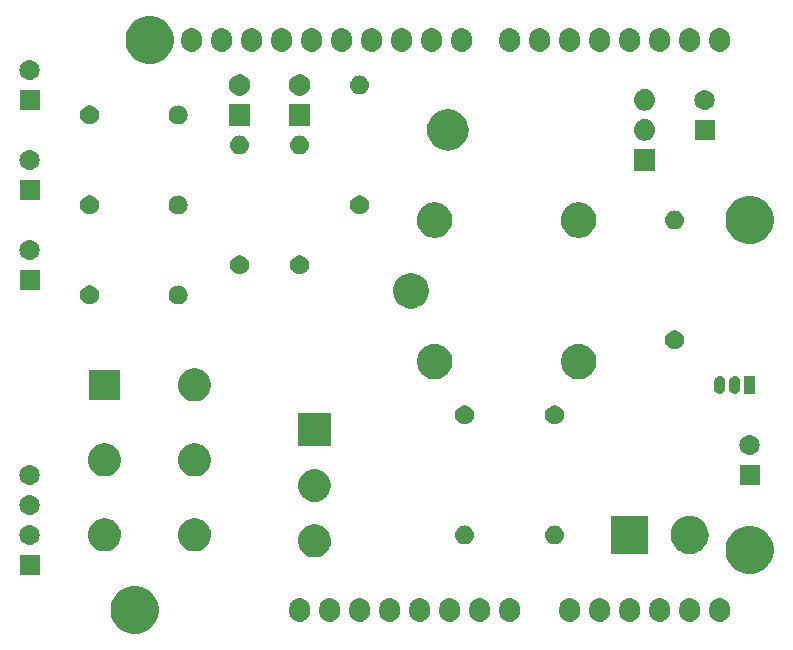
<source format=gbr>
G04 #@! TF.GenerationSoftware,KiCad,Pcbnew,(5.0.2)-1*
G04 #@! TF.CreationDate,2019-02-18T20:30:17-05:00*
G04 #@! TF.ProjectId,PRIME-D,5052494d-452d-4442-9e6b-696361645f70,rev?*
G04 #@! TF.SameCoordinates,Original*
G04 #@! TF.FileFunction,Soldermask,Bot*
G04 #@! TF.FilePolarity,Negative*
%FSLAX46Y46*%
G04 Gerber Fmt 4.6, Leading zero omitted, Abs format (unit mm)*
G04 Created by KiCad (PCBNEW (5.0.2)-1) date 2/18/2019 8:30:17 PM*
%MOMM*%
%LPD*%
G01*
G04 APERTURE LIST*
%ADD10C,0.100000*%
G04 APERTURE END LIST*
D10*
G36*
X125560712Y-121871088D02*
X125930510Y-122024263D01*
X125930513Y-122024265D01*
X126263325Y-122246643D01*
X126546357Y-122529675D01*
X126730204Y-122804822D01*
X126768737Y-122862490D01*
X126921912Y-123232288D01*
X127000000Y-123624864D01*
X127000000Y-124025136D01*
X126921912Y-124417712D01*
X126768737Y-124787510D01*
X126768735Y-124787513D01*
X126546357Y-125120325D01*
X126263325Y-125403357D01*
X125930513Y-125625735D01*
X125930510Y-125625737D01*
X125560712Y-125778912D01*
X125168136Y-125857000D01*
X124767864Y-125857000D01*
X124375288Y-125778912D01*
X124005490Y-125625737D01*
X124005487Y-125625735D01*
X123672675Y-125403357D01*
X123389643Y-125120325D01*
X123167265Y-124787513D01*
X123167263Y-124787510D01*
X123014088Y-124417712D01*
X122936000Y-124025136D01*
X122936000Y-123624864D01*
X123014088Y-123232288D01*
X123167263Y-122862490D01*
X123205796Y-122804822D01*
X123389643Y-122529675D01*
X123672675Y-122246643D01*
X124005487Y-122024265D01*
X124005490Y-122024263D01*
X124375288Y-121871088D01*
X124767864Y-121793000D01*
X125168136Y-121793000D01*
X125560712Y-121871088D01*
X125560712Y-121871088D01*
G37*
G36*
X156887294Y-122821496D02*
X157007726Y-122858029D01*
X157050087Y-122870879D01*
X157200112Y-122951068D01*
X157331612Y-123058988D01*
X157439532Y-123190488D01*
X157519721Y-123340512D01*
X157532571Y-123382873D01*
X157569104Y-123503305D01*
X157569104Y-123503307D01*
X157581600Y-123630179D01*
X157581600Y-124019820D01*
X157581076Y-124025136D01*
X157569104Y-124146694D01*
X157532571Y-124267128D01*
X157519721Y-124309488D01*
X157439532Y-124459512D01*
X157331612Y-124591012D01*
X157200112Y-124698932D01*
X157050088Y-124779121D01*
X157022433Y-124787510D01*
X156887295Y-124828504D01*
X156774432Y-124839620D01*
X156718001Y-124845178D01*
X156718000Y-124845178D01*
X156548706Y-124828504D01*
X156413568Y-124787510D01*
X156385913Y-124779121D01*
X156235889Y-124698932D01*
X156145946Y-124625117D01*
X156104388Y-124591012D01*
X155996469Y-124459512D01*
X155974127Y-124417713D01*
X155916279Y-124309488D01*
X155903429Y-124267127D01*
X155866896Y-124146695D01*
X155858565Y-124062112D01*
X155854400Y-124019821D01*
X155854400Y-123630180D01*
X155866896Y-123503308D01*
X155866896Y-123503306D01*
X155916278Y-123340517D01*
X155916279Y-123340513D01*
X155996468Y-123190488D01*
X156104388Y-123058988D01*
X156235888Y-122951068D01*
X156385912Y-122870879D01*
X156428273Y-122858029D01*
X156548705Y-122821496D01*
X156661568Y-122810380D01*
X156717999Y-122804822D01*
X156718000Y-122804822D01*
X156887294Y-122821496D01*
X156887294Y-122821496D01*
G37*
G36*
X161967294Y-122821496D02*
X162087726Y-122858029D01*
X162130087Y-122870879D01*
X162280112Y-122951068D01*
X162411612Y-123058988D01*
X162519532Y-123190488D01*
X162599721Y-123340512D01*
X162612571Y-123382873D01*
X162649104Y-123503305D01*
X162649104Y-123503307D01*
X162661600Y-123630179D01*
X162661600Y-124019820D01*
X162661076Y-124025136D01*
X162649104Y-124146694D01*
X162612571Y-124267128D01*
X162599721Y-124309488D01*
X162519532Y-124459512D01*
X162411612Y-124591012D01*
X162280112Y-124698932D01*
X162130088Y-124779121D01*
X162102433Y-124787510D01*
X161967295Y-124828504D01*
X161854432Y-124839620D01*
X161798001Y-124845178D01*
X161798000Y-124845178D01*
X161628706Y-124828504D01*
X161493568Y-124787510D01*
X161465913Y-124779121D01*
X161315889Y-124698932D01*
X161225946Y-124625117D01*
X161184388Y-124591012D01*
X161076469Y-124459512D01*
X161054127Y-124417713D01*
X160996279Y-124309488D01*
X160983429Y-124267127D01*
X160946896Y-124146695D01*
X160938565Y-124062112D01*
X160934400Y-124019821D01*
X160934400Y-123630180D01*
X160946896Y-123503308D01*
X160946896Y-123503306D01*
X160996278Y-123340517D01*
X160996279Y-123340513D01*
X161076468Y-123190488D01*
X161184388Y-123058988D01*
X161315888Y-122951068D01*
X161465912Y-122870879D01*
X161508273Y-122858029D01*
X161628705Y-122821496D01*
X161741568Y-122810380D01*
X161797999Y-122804822D01*
X161798000Y-122804822D01*
X161967294Y-122821496D01*
X161967294Y-122821496D01*
G37*
G36*
X164507294Y-122821496D02*
X164627726Y-122858029D01*
X164670087Y-122870879D01*
X164820112Y-122951068D01*
X164951612Y-123058988D01*
X165059532Y-123190488D01*
X165139721Y-123340512D01*
X165152571Y-123382873D01*
X165189104Y-123503305D01*
X165189104Y-123503307D01*
X165201600Y-123630179D01*
X165201600Y-124019820D01*
X165201076Y-124025136D01*
X165189104Y-124146694D01*
X165152571Y-124267128D01*
X165139721Y-124309488D01*
X165059532Y-124459512D01*
X164951612Y-124591012D01*
X164820112Y-124698932D01*
X164670088Y-124779121D01*
X164642433Y-124787510D01*
X164507295Y-124828504D01*
X164394432Y-124839620D01*
X164338001Y-124845178D01*
X164338000Y-124845178D01*
X164168706Y-124828504D01*
X164033568Y-124787510D01*
X164005913Y-124779121D01*
X163855889Y-124698932D01*
X163765946Y-124625117D01*
X163724388Y-124591012D01*
X163616469Y-124459512D01*
X163594127Y-124417713D01*
X163536279Y-124309488D01*
X163523429Y-124267127D01*
X163486896Y-124146695D01*
X163478565Y-124062112D01*
X163474400Y-124019821D01*
X163474400Y-123630180D01*
X163486896Y-123503308D01*
X163486896Y-123503306D01*
X163536278Y-123340517D01*
X163536279Y-123340513D01*
X163616468Y-123190488D01*
X163724388Y-123058988D01*
X163855888Y-122951068D01*
X164005912Y-122870879D01*
X164048273Y-122858029D01*
X164168705Y-122821496D01*
X164281568Y-122810380D01*
X164337999Y-122804822D01*
X164338000Y-122804822D01*
X164507294Y-122821496D01*
X164507294Y-122821496D01*
G37*
G36*
X167047294Y-122821496D02*
X167167726Y-122858029D01*
X167210087Y-122870879D01*
X167360112Y-122951068D01*
X167491612Y-123058988D01*
X167599532Y-123190488D01*
X167679721Y-123340512D01*
X167692571Y-123382873D01*
X167729104Y-123503305D01*
X167729104Y-123503307D01*
X167741600Y-123630179D01*
X167741600Y-124019820D01*
X167741076Y-124025136D01*
X167729104Y-124146694D01*
X167692571Y-124267128D01*
X167679721Y-124309488D01*
X167599532Y-124459512D01*
X167491612Y-124591012D01*
X167360112Y-124698932D01*
X167210088Y-124779121D01*
X167182433Y-124787510D01*
X167047295Y-124828504D01*
X166934432Y-124839620D01*
X166878001Y-124845178D01*
X166878000Y-124845178D01*
X166708706Y-124828504D01*
X166573568Y-124787510D01*
X166545913Y-124779121D01*
X166395889Y-124698932D01*
X166305946Y-124625117D01*
X166264388Y-124591012D01*
X166156469Y-124459512D01*
X166134127Y-124417713D01*
X166076279Y-124309488D01*
X166063429Y-124267127D01*
X166026896Y-124146695D01*
X166018565Y-124062112D01*
X166014400Y-124019821D01*
X166014400Y-123630180D01*
X166026896Y-123503308D01*
X166026896Y-123503306D01*
X166076278Y-123340517D01*
X166076279Y-123340513D01*
X166156468Y-123190488D01*
X166264388Y-123058988D01*
X166395888Y-122951068D01*
X166545912Y-122870879D01*
X166588273Y-122858029D01*
X166708705Y-122821496D01*
X166821568Y-122810380D01*
X166877999Y-122804822D01*
X166878000Y-122804822D01*
X167047294Y-122821496D01*
X167047294Y-122821496D01*
G37*
G36*
X169587294Y-122821496D02*
X169707726Y-122858029D01*
X169750087Y-122870879D01*
X169900112Y-122951068D01*
X170031612Y-123058988D01*
X170139532Y-123190488D01*
X170219721Y-123340512D01*
X170232571Y-123382873D01*
X170269104Y-123503305D01*
X170269104Y-123503307D01*
X170281600Y-123630179D01*
X170281600Y-124019820D01*
X170281076Y-124025136D01*
X170269104Y-124146694D01*
X170232571Y-124267128D01*
X170219721Y-124309488D01*
X170139532Y-124459512D01*
X170031612Y-124591012D01*
X169900112Y-124698932D01*
X169750088Y-124779121D01*
X169722433Y-124787510D01*
X169587295Y-124828504D01*
X169474432Y-124839620D01*
X169418001Y-124845178D01*
X169418000Y-124845178D01*
X169248706Y-124828504D01*
X169113568Y-124787510D01*
X169085913Y-124779121D01*
X168935889Y-124698932D01*
X168845946Y-124625117D01*
X168804388Y-124591012D01*
X168696469Y-124459512D01*
X168674127Y-124417713D01*
X168616279Y-124309488D01*
X168603429Y-124267127D01*
X168566896Y-124146695D01*
X168558565Y-124062112D01*
X168554400Y-124019821D01*
X168554400Y-123630180D01*
X168566896Y-123503308D01*
X168566896Y-123503306D01*
X168616278Y-123340517D01*
X168616279Y-123340513D01*
X168696468Y-123190488D01*
X168804388Y-123058988D01*
X168935888Y-122951068D01*
X169085912Y-122870879D01*
X169128273Y-122858029D01*
X169248705Y-122821496D01*
X169361568Y-122810380D01*
X169417999Y-122804822D01*
X169418000Y-122804822D01*
X169587294Y-122821496D01*
X169587294Y-122821496D01*
G37*
G36*
X172127294Y-122821496D02*
X172247726Y-122858029D01*
X172290087Y-122870879D01*
X172440112Y-122951068D01*
X172571612Y-123058988D01*
X172679532Y-123190488D01*
X172759721Y-123340512D01*
X172772571Y-123382873D01*
X172809104Y-123503305D01*
X172809104Y-123503307D01*
X172821600Y-123630179D01*
X172821600Y-124019820D01*
X172821076Y-124025136D01*
X172809104Y-124146694D01*
X172772571Y-124267128D01*
X172759721Y-124309488D01*
X172679532Y-124459512D01*
X172571612Y-124591012D01*
X172440112Y-124698932D01*
X172290088Y-124779121D01*
X172262433Y-124787510D01*
X172127295Y-124828504D01*
X172014432Y-124839620D01*
X171958001Y-124845178D01*
X171958000Y-124845178D01*
X171788706Y-124828504D01*
X171653568Y-124787510D01*
X171625913Y-124779121D01*
X171475889Y-124698932D01*
X171385946Y-124625117D01*
X171344388Y-124591012D01*
X171236469Y-124459512D01*
X171214127Y-124417713D01*
X171156279Y-124309488D01*
X171143429Y-124267127D01*
X171106896Y-124146695D01*
X171098565Y-124062112D01*
X171094400Y-124019821D01*
X171094400Y-123630180D01*
X171106896Y-123503308D01*
X171106896Y-123503306D01*
X171156278Y-123340517D01*
X171156279Y-123340513D01*
X171236468Y-123190488D01*
X171344388Y-123058988D01*
X171475888Y-122951068D01*
X171625912Y-122870879D01*
X171668273Y-122858029D01*
X171788705Y-122821496D01*
X171901568Y-122810380D01*
X171957999Y-122804822D01*
X171958000Y-122804822D01*
X172127294Y-122821496D01*
X172127294Y-122821496D01*
G37*
G36*
X174667294Y-122821496D02*
X174787726Y-122858029D01*
X174830087Y-122870879D01*
X174980112Y-122951068D01*
X175111612Y-123058988D01*
X175219532Y-123190488D01*
X175299721Y-123340512D01*
X175312571Y-123382873D01*
X175349104Y-123503305D01*
X175349104Y-123503307D01*
X175361600Y-123630179D01*
X175361600Y-124019820D01*
X175361076Y-124025136D01*
X175349104Y-124146694D01*
X175312571Y-124267128D01*
X175299721Y-124309488D01*
X175219532Y-124459512D01*
X175111612Y-124591012D01*
X174980112Y-124698932D01*
X174830088Y-124779121D01*
X174802433Y-124787510D01*
X174667295Y-124828504D01*
X174554432Y-124839620D01*
X174498001Y-124845178D01*
X174498000Y-124845178D01*
X174328706Y-124828504D01*
X174193568Y-124787510D01*
X174165913Y-124779121D01*
X174015889Y-124698932D01*
X173925946Y-124625117D01*
X173884388Y-124591012D01*
X173776469Y-124459512D01*
X173754127Y-124417713D01*
X173696279Y-124309488D01*
X173683429Y-124267127D01*
X173646896Y-124146695D01*
X173638565Y-124062112D01*
X173634400Y-124019821D01*
X173634400Y-123630180D01*
X173646896Y-123503308D01*
X173646896Y-123503306D01*
X173696278Y-123340517D01*
X173696279Y-123340513D01*
X173776468Y-123190488D01*
X173884388Y-123058988D01*
X174015888Y-122951068D01*
X174165912Y-122870879D01*
X174208273Y-122858029D01*
X174328705Y-122821496D01*
X174441568Y-122810380D01*
X174497999Y-122804822D01*
X174498000Y-122804822D01*
X174667294Y-122821496D01*
X174667294Y-122821496D01*
G37*
G36*
X141647294Y-122821496D02*
X141767726Y-122858029D01*
X141810087Y-122870879D01*
X141960112Y-122951068D01*
X142091612Y-123058988D01*
X142199532Y-123190488D01*
X142279721Y-123340512D01*
X142292571Y-123382873D01*
X142329104Y-123503305D01*
X142329104Y-123503307D01*
X142341600Y-123630179D01*
X142341600Y-124019820D01*
X142341076Y-124025136D01*
X142329104Y-124146694D01*
X142292571Y-124267128D01*
X142279721Y-124309488D01*
X142199532Y-124459512D01*
X142091612Y-124591012D01*
X141960112Y-124698932D01*
X141810088Y-124779121D01*
X141782433Y-124787510D01*
X141647295Y-124828504D01*
X141534432Y-124839620D01*
X141478001Y-124845178D01*
X141478000Y-124845178D01*
X141308706Y-124828504D01*
X141173568Y-124787510D01*
X141145913Y-124779121D01*
X140995889Y-124698932D01*
X140905946Y-124625117D01*
X140864388Y-124591012D01*
X140756469Y-124459512D01*
X140734127Y-124417713D01*
X140676279Y-124309488D01*
X140663429Y-124267127D01*
X140626896Y-124146695D01*
X140618565Y-124062112D01*
X140614400Y-124019821D01*
X140614400Y-123630180D01*
X140626896Y-123503308D01*
X140626896Y-123503306D01*
X140676278Y-123340517D01*
X140676279Y-123340513D01*
X140756468Y-123190488D01*
X140864388Y-123058988D01*
X140995888Y-122951068D01*
X141145912Y-122870879D01*
X141188273Y-122858029D01*
X141308705Y-122821496D01*
X141421568Y-122810380D01*
X141477999Y-122804822D01*
X141478000Y-122804822D01*
X141647294Y-122821496D01*
X141647294Y-122821496D01*
G37*
G36*
X139107294Y-122821496D02*
X139227726Y-122858029D01*
X139270087Y-122870879D01*
X139420112Y-122951068D01*
X139551612Y-123058988D01*
X139659532Y-123190488D01*
X139739721Y-123340512D01*
X139752571Y-123382873D01*
X139789104Y-123503305D01*
X139789104Y-123503307D01*
X139801600Y-123630179D01*
X139801600Y-124019820D01*
X139801076Y-124025136D01*
X139789104Y-124146694D01*
X139752571Y-124267128D01*
X139739721Y-124309488D01*
X139659532Y-124459512D01*
X139551612Y-124591012D01*
X139420112Y-124698932D01*
X139270088Y-124779121D01*
X139242433Y-124787510D01*
X139107295Y-124828504D01*
X138994432Y-124839620D01*
X138938001Y-124845178D01*
X138938000Y-124845178D01*
X138768706Y-124828504D01*
X138633568Y-124787510D01*
X138605913Y-124779121D01*
X138455889Y-124698932D01*
X138365946Y-124625117D01*
X138324388Y-124591012D01*
X138216469Y-124459512D01*
X138194127Y-124417713D01*
X138136279Y-124309488D01*
X138123429Y-124267127D01*
X138086896Y-124146695D01*
X138078565Y-124062112D01*
X138074400Y-124019821D01*
X138074400Y-123630180D01*
X138086896Y-123503308D01*
X138086896Y-123503306D01*
X138136278Y-123340517D01*
X138136279Y-123340513D01*
X138216468Y-123190488D01*
X138324388Y-123058988D01*
X138455888Y-122951068D01*
X138605912Y-122870879D01*
X138648273Y-122858029D01*
X138768705Y-122821496D01*
X138881568Y-122810380D01*
X138937999Y-122804822D01*
X138938000Y-122804822D01*
X139107294Y-122821496D01*
X139107294Y-122821496D01*
G37*
G36*
X154347294Y-122821496D02*
X154467726Y-122858029D01*
X154510087Y-122870879D01*
X154660112Y-122951068D01*
X154791612Y-123058988D01*
X154899532Y-123190488D01*
X154979721Y-123340512D01*
X154992571Y-123382873D01*
X155029104Y-123503305D01*
X155029104Y-123503307D01*
X155041600Y-123630179D01*
X155041600Y-124019820D01*
X155041076Y-124025136D01*
X155029104Y-124146694D01*
X154992571Y-124267128D01*
X154979721Y-124309488D01*
X154899532Y-124459512D01*
X154791612Y-124591012D01*
X154660112Y-124698932D01*
X154510088Y-124779121D01*
X154482433Y-124787510D01*
X154347295Y-124828504D01*
X154234432Y-124839620D01*
X154178001Y-124845178D01*
X154178000Y-124845178D01*
X154008706Y-124828504D01*
X153873568Y-124787510D01*
X153845913Y-124779121D01*
X153695889Y-124698932D01*
X153605946Y-124625117D01*
X153564388Y-124591012D01*
X153456469Y-124459512D01*
X153434127Y-124417713D01*
X153376279Y-124309488D01*
X153363429Y-124267127D01*
X153326896Y-124146695D01*
X153318565Y-124062112D01*
X153314400Y-124019821D01*
X153314400Y-123630180D01*
X153326896Y-123503308D01*
X153326896Y-123503306D01*
X153376278Y-123340517D01*
X153376279Y-123340513D01*
X153456468Y-123190488D01*
X153564388Y-123058988D01*
X153695888Y-122951068D01*
X153845912Y-122870879D01*
X153888273Y-122858029D01*
X154008705Y-122821496D01*
X154121568Y-122810380D01*
X154177999Y-122804822D01*
X154178000Y-122804822D01*
X154347294Y-122821496D01*
X154347294Y-122821496D01*
G37*
G36*
X151807294Y-122821496D02*
X151927726Y-122858029D01*
X151970087Y-122870879D01*
X152120112Y-122951068D01*
X152251612Y-123058988D01*
X152359532Y-123190488D01*
X152439721Y-123340512D01*
X152452571Y-123382873D01*
X152489104Y-123503305D01*
X152489104Y-123503307D01*
X152501600Y-123630179D01*
X152501600Y-124019820D01*
X152501076Y-124025136D01*
X152489104Y-124146694D01*
X152452571Y-124267128D01*
X152439721Y-124309488D01*
X152359532Y-124459512D01*
X152251612Y-124591012D01*
X152120112Y-124698932D01*
X151970088Y-124779121D01*
X151942433Y-124787510D01*
X151807295Y-124828504D01*
X151694432Y-124839620D01*
X151638001Y-124845178D01*
X151638000Y-124845178D01*
X151468706Y-124828504D01*
X151333568Y-124787510D01*
X151305913Y-124779121D01*
X151155889Y-124698932D01*
X151065946Y-124625117D01*
X151024388Y-124591012D01*
X150916469Y-124459512D01*
X150894127Y-124417713D01*
X150836279Y-124309488D01*
X150823429Y-124267127D01*
X150786896Y-124146695D01*
X150778565Y-124062112D01*
X150774400Y-124019821D01*
X150774400Y-123630180D01*
X150786896Y-123503308D01*
X150786896Y-123503306D01*
X150836278Y-123340517D01*
X150836279Y-123340513D01*
X150916468Y-123190488D01*
X151024388Y-123058988D01*
X151155888Y-122951068D01*
X151305912Y-122870879D01*
X151348273Y-122858029D01*
X151468705Y-122821496D01*
X151581568Y-122810380D01*
X151637999Y-122804822D01*
X151638000Y-122804822D01*
X151807294Y-122821496D01*
X151807294Y-122821496D01*
G37*
G36*
X149267294Y-122821496D02*
X149387726Y-122858029D01*
X149430087Y-122870879D01*
X149580112Y-122951068D01*
X149711612Y-123058988D01*
X149819532Y-123190488D01*
X149899721Y-123340512D01*
X149912571Y-123382873D01*
X149949104Y-123503305D01*
X149949104Y-123503307D01*
X149961600Y-123630179D01*
X149961600Y-124019820D01*
X149961076Y-124025136D01*
X149949104Y-124146694D01*
X149912571Y-124267128D01*
X149899721Y-124309488D01*
X149819532Y-124459512D01*
X149711612Y-124591012D01*
X149580112Y-124698932D01*
X149430088Y-124779121D01*
X149402433Y-124787510D01*
X149267295Y-124828504D01*
X149154432Y-124839620D01*
X149098001Y-124845178D01*
X149098000Y-124845178D01*
X148928706Y-124828504D01*
X148793568Y-124787510D01*
X148765913Y-124779121D01*
X148615889Y-124698932D01*
X148525946Y-124625117D01*
X148484388Y-124591012D01*
X148376469Y-124459512D01*
X148354127Y-124417713D01*
X148296279Y-124309488D01*
X148283429Y-124267127D01*
X148246896Y-124146695D01*
X148238565Y-124062112D01*
X148234400Y-124019821D01*
X148234400Y-123630180D01*
X148246896Y-123503308D01*
X148246896Y-123503306D01*
X148296278Y-123340517D01*
X148296279Y-123340513D01*
X148376468Y-123190488D01*
X148484388Y-123058988D01*
X148615888Y-122951068D01*
X148765912Y-122870879D01*
X148808273Y-122858029D01*
X148928705Y-122821496D01*
X149041568Y-122810380D01*
X149097999Y-122804822D01*
X149098000Y-122804822D01*
X149267294Y-122821496D01*
X149267294Y-122821496D01*
G37*
G36*
X146727294Y-122821496D02*
X146847726Y-122858029D01*
X146890087Y-122870879D01*
X147040112Y-122951068D01*
X147171612Y-123058988D01*
X147279532Y-123190488D01*
X147359721Y-123340512D01*
X147372571Y-123382873D01*
X147409104Y-123503305D01*
X147409104Y-123503307D01*
X147421600Y-123630179D01*
X147421600Y-124019820D01*
X147421076Y-124025136D01*
X147409104Y-124146694D01*
X147372571Y-124267128D01*
X147359721Y-124309488D01*
X147279532Y-124459512D01*
X147171612Y-124591012D01*
X147040112Y-124698932D01*
X146890088Y-124779121D01*
X146862433Y-124787510D01*
X146727295Y-124828504D01*
X146614432Y-124839620D01*
X146558001Y-124845178D01*
X146558000Y-124845178D01*
X146388706Y-124828504D01*
X146253568Y-124787510D01*
X146225913Y-124779121D01*
X146075889Y-124698932D01*
X145985946Y-124625117D01*
X145944388Y-124591012D01*
X145836469Y-124459512D01*
X145814127Y-124417713D01*
X145756279Y-124309488D01*
X145743429Y-124267127D01*
X145706896Y-124146695D01*
X145698565Y-124062112D01*
X145694400Y-124019821D01*
X145694400Y-123630180D01*
X145706896Y-123503308D01*
X145706896Y-123503306D01*
X145756278Y-123340517D01*
X145756279Y-123340513D01*
X145836468Y-123190488D01*
X145944388Y-123058988D01*
X146075888Y-122951068D01*
X146225912Y-122870879D01*
X146268273Y-122858029D01*
X146388705Y-122821496D01*
X146501568Y-122810380D01*
X146557999Y-122804822D01*
X146558000Y-122804822D01*
X146727294Y-122821496D01*
X146727294Y-122821496D01*
G37*
G36*
X144187294Y-122821496D02*
X144307726Y-122858029D01*
X144350087Y-122870879D01*
X144500112Y-122951068D01*
X144631612Y-123058988D01*
X144739532Y-123190488D01*
X144819721Y-123340512D01*
X144832571Y-123382873D01*
X144869104Y-123503305D01*
X144869104Y-123503307D01*
X144881600Y-123630179D01*
X144881600Y-124019820D01*
X144881076Y-124025136D01*
X144869104Y-124146694D01*
X144832571Y-124267128D01*
X144819721Y-124309488D01*
X144739532Y-124459512D01*
X144631612Y-124591012D01*
X144500112Y-124698932D01*
X144350088Y-124779121D01*
X144322433Y-124787510D01*
X144187295Y-124828504D01*
X144074432Y-124839620D01*
X144018001Y-124845178D01*
X144018000Y-124845178D01*
X143848706Y-124828504D01*
X143713568Y-124787510D01*
X143685913Y-124779121D01*
X143535889Y-124698932D01*
X143445946Y-124625117D01*
X143404388Y-124591012D01*
X143296469Y-124459512D01*
X143274127Y-124417713D01*
X143216279Y-124309488D01*
X143203429Y-124267127D01*
X143166896Y-124146695D01*
X143158565Y-124062112D01*
X143154400Y-124019821D01*
X143154400Y-123630180D01*
X143166896Y-123503308D01*
X143166896Y-123503306D01*
X143216278Y-123340517D01*
X143216279Y-123340513D01*
X143296468Y-123190488D01*
X143404388Y-123058988D01*
X143535888Y-122951068D01*
X143685912Y-122870879D01*
X143728273Y-122858029D01*
X143848705Y-122821496D01*
X143961568Y-122810380D01*
X144017999Y-122804822D01*
X144018000Y-122804822D01*
X144187294Y-122821496D01*
X144187294Y-122821496D01*
G37*
G36*
X116928000Y-120865000D02*
X115228000Y-120865000D01*
X115228000Y-119165000D01*
X116928000Y-119165000D01*
X116928000Y-120865000D01*
X116928000Y-120865000D01*
G37*
G36*
X177630712Y-116791088D02*
X178000510Y-116944263D01*
X178000513Y-116944265D01*
X178333325Y-117166643D01*
X178616357Y-117449675D01*
X178744617Y-117641630D01*
X178838737Y-117782490D01*
X178991912Y-118152288D01*
X179070000Y-118544864D01*
X179070000Y-118945136D01*
X178991912Y-119337712D01*
X178838737Y-119707510D01*
X178838735Y-119707513D01*
X178616357Y-120040325D01*
X178333325Y-120323357D01*
X178000513Y-120545735D01*
X178000510Y-120545737D01*
X177630712Y-120698912D01*
X177238136Y-120777000D01*
X176837864Y-120777000D01*
X176445288Y-120698912D01*
X176075490Y-120545737D01*
X176075487Y-120545735D01*
X175742675Y-120323357D01*
X175459643Y-120040325D01*
X175237265Y-119707513D01*
X175237263Y-119707510D01*
X175084088Y-119337712D01*
X175006000Y-118945136D01*
X175006000Y-118544864D01*
X175084088Y-118152288D01*
X175237263Y-117782490D01*
X175331383Y-117641630D01*
X175459643Y-117449675D01*
X175742675Y-117166643D01*
X176075487Y-116944265D01*
X176075490Y-116944263D01*
X176445288Y-116791088D01*
X176837864Y-116713000D01*
X177238136Y-116713000D01*
X177630712Y-116791088D01*
X177630712Y-116791088D01*
G37*
G36*
X140481126Y-116611900D02*
X140616365Y-116638801D01*
X140871149Y-116744336D01*
X141097397Y-116895511D01*
X141100451Y-116897551D01*
X141295449Y-117092549D01*
X141295451Y-117092552D01*
X141345444Y-117167371D01*
X141448665Y-117321853D01*
X141554199Y-117576636D01*
X141608000Y-117847111D01*
X141608000Y-118122889D01*
X141603922Y-118143392D01*
X141559354Y-118367451D01*
X141554199Y-118393364D01*
X141448665Y-118648147D01*
X141295449Y-118877451D01*
X141100451Y-119072449D01*
X141100448Y-119072451D01*
X140871149Y-119225664D01*
X140616365Y-119331199D01*
X140481126Y-119358100D01*
X140345889Y-119385000D01*
X140070111Y-119385000D01*
X139934874Y-119358100D01*
X139799635Y-119331199D01*
X139544851Y-119225664D01*
X139315552Y-119072451D01*
X139315549Y-119072449D01*
X139120551Y-118877451D01*
X138967335Y-118648147D01*
X138861801Y-118393364D01*
X138856647Y-118367451D01*
X138812078Y-118143392D01*
X138808000Y-118122889D01*
X138808000Y-117847111D01*
X138861801Y-117576636D01*
X138967335Y-117321853D01*
X139070557Y-117167371D01*
X139120549Y-117092552D01*
X139120551Y-117092549D01*
X139315549Y-116897551D01*
X139318603Y-116895511D01*
X139544851Y-116744336D01*
X139799635Y-116638801D01*
X139934874Y-116611900D01*
X140070111Y-116585000D01*
X140345889Y-116585000D01*
X140481126Y-116611900D01*
X140481126Y-116611900D01*
G37*
G36*
X172114950Y-115882717D02*
X172271655Y-115898151D01*
X172472722Y-115959144D01*
X172573257Y-115989641D01*
X172721828Y-116069054D01*
X172851213Y-116138212D01*
X173094845Y-116338155D01*
X173294788Y-116581787D01*
X173344611Y-116675000D01*
X173443359Y-116859743D01*
X173454827Y-116897549D01*
X173534849Y-117161345D01*
X173565741Y-117475000D01*
X173534849Y-117788655D01*
X173494518Y-117921608D01*
X173443359Y-118090257D01*
X173392628Y-118185168D01*
X173294788Y-118368213D01*
X173094845Y-118611845D01*
X172851213Y-118811788D01*
X172732952Y-118875000D01*
X172573257Y-118960359D01*
X172472722Y-118990856D01*
X172271655Y-119051849D01*
X172114950Y-119067283D01*
X172036598Y-119075000D01*
X171879402Y-119075000D01*
X171801050Y-119067283D01*
X171644345Y-119051849D01*
X171443278Y-118990856D01*
X171342743Y-118960359D01*
X171183048Y-118875000D01*
X171064787Y-118811788D01*
X170821155Y-118611845D01*
X170621212Y-118368213D01*
X170523372Y-118185168D01*
X170472641Y-118090257D01*
X170421482Y-117921608D01*
X170381151Y-117788655D01*
X170350259Y-117475000D01*
X170381151Y-117161345D01*
X170461173Y-116897549D01*
X170472641Y-116859743D01*
X170571389Y-116675000D01*
X170621212Y-116581787D01*
X170821155Y-116338155D01*
X171064787Y-116138212D01*
X171194172Y-116069054D01*
X171342743Y-115989641D01*
X171443278Y-115959144D01*
X171644345Y-115898151D01*
X171801050Y-115882717D01*
X171879402Y-115875000D01*
X172036598Y-115875000D01*
X172114950Y-115882717D01*
X172114950Y-115882717D01*
G37*
G36*
X168478000Y-119075000D02*
X165278000Y-119075000D01*
X165278000Y-115875000D01*
X168478000Y-115875000D01*
X168478000Y-119075000D01*
X168478000Y-119075000D01*
G37*
G36*
X130321127Y-116101901D02*
X130456365Y-116128801D01*
X130711149Y-116234336D01*
X130866525Y-116338155D01*
X130940451Y-116387551D01*
X131135449Y-116582549D01*
X131135451Y-116582552D01*
X131288664Y-116811851D01*
X131394199Y-117066635D01*
X131399354Y-117092552D01*
X131444965Y-117321851D01*
X131448000Y-117337112D01*
X131448000Y-117612888D01*
X131394199Y-117883365D01*
X131288664Y-118138149D01*
X131172032Y-118312701D01*
X131135449Y-118367451D01*
X130940451Y-118562449D01*
X130940448Y-118562451D01*
X130711149Y-118715664D01*
X130456365Y-118821199D01*
X130321127Y-118848099D01*
X130185889Y-118875000D01*
X129910111Y-118875000D01*
X129774873Y-118848099D01*
X129639635Y-118821199D01*
X129384851Y-118715664D01*
X129155552Y-118562451D01*
X129155549Y-118562449D01*
X128960551Y-118367451D01*
X128923968Y-118312701D01*
X128807336Y-118138149D01*
X128701801Y-117883365D01*
X128648000Y-117612888D01*
X128648000Y-117337112D01*
X128651036Y-117321851D01*
X128696646Y-117092552D01*
X128701801Y-117066635D01*
X128807336Y-116811851D01*
X128960549Y-116582552D01*
X128960551Y-116582549D01*
X129155549Y-116387551D01*
X129229475Y-116338155D01*
X129384851Y-116234336D01*
X129639635Y-116128801D01*
X129774873Y-116101901D01*
X129910111Y-116075000D01*
X130185889Y-116075000D01*
X130321127Y-116101901D01*
X130321127Y-116101901D01*
G37*
G36*
X122701127Y-116101901D02*
X122836365Y-116128801D01*
X123091149Y-116234336D01*
X123246525Y-116338155D01*
X123320451Y-116387551D01*
X123515449Y-116582549D01*
X123515451Y-116582552D01*
X123668664Y-116811851D01*
X123774199Y-117066635D01*
X123779354Y-117092552D01*
X123824965Y-117321851D01*
X123828000Y-117337112D01*
X123828000Y-117612888D01*
X123774199Y-117883365D01*
X123668664Y-118138149D01*
X123552032Y-118312701D01*
X123515449Y-118367451D01*
X123320451Y-118562449D01*
X123320448Y-118562451D01*
X123091149Y-118715664D01*
X122836365Y-118821199D01*
X122701127Y-118848099D01*
X122565889Y-118875000D01*
X122290111Y-118875000D01*
X122154873Y-118848099D01*
X122019635Y-118821199D01*
X121764851Y-118715664D01*
X121535552Y-118562451D01*
X121535549Y-118562449D01*
X121340551Y-118367451D01*
X121303968Y-118312701D01*
X121187336Y-118138149D01*
X121081801Y-117883365D01*
X121028000Y-117612888D01*
X121028000Y-117337112D01*
X121031036Y-117321851D01*
X121076646Y-117092552D01*
X121081801Y-117066635D01*
X121187336Y-116811851D01*
X121340549Y-116582552D01*
X121340551Y-116582549D01*
X121535549Y-116387551D01*
X121609475Y-116338155D01*
X121764851Y-116234336D01*
X122019635Y-116128801D01*
X122154873Y-116101901D01*
X122290111Y-116075000D01*
X122565889Y-116075000D01*
X122701127Y-116101901D01*
X122701127Y-116101901D01*
G37*
G36*
X116244630Y-116637299D02*
X116404855Y-116685903D01*
X116552520Y-116764831D01*
X116681949Y-116871051D01*
X116788169Y-117000480D01*
X116867097Y-117148145D01*
X116915701Y-117308370D01*
X116932112Y-117475000D01*
X116915701Y-117641630D01*
X116867097Y-117801855D01*
X116788169Y-117949520D01*
X116681949Y-118078949D01*
X116552520Y-118185169D01*
X116404855Y-118264097D01*
X116244630Y-118312701D01*
X116119752Y-118325000D01*
X116036248Y-118325000D01*
X115911370Y-118312701D01*
X115751145Y-118264097D01*
X115603480Y-118185169D01*
X115474051Y-118078949D01*
X115367831Y-117949520D01*
X115288903Y-117801855D01*
X115240299Y-117641630D01*
X115223888Y-117475000D01*
X115240299Y-117308370D01*
X115288903Y-117148145D01*
X115367831Y-117000480D01*
X115474051Y-116871051D01*
X115603480Y-116764831D01*
X115751145Y-116685903D01*
X115911370Y-116637299D01*
X116036248Y-116625000D01*
X116119752Y-116625000D01*
X116244630Y-116637299D01*
X116244630Y-116637299D01*
G37*
G36*
X160645649Y-116682717D02*
X160684827Y-116686576D01*
X160760228Y-116709449D01*
X160835629Y-116732321D01*
X160974608Y-116806608D01*
X161096422Y-116906578D01*
X161196392Y-117028392D01*
X161270679Y-117167371D01*
X161270679Y-117167372D01*
X161316424Y-117318173D01*
X161331870Y-117475000D01*
X161316424Y-117631827D01*
X161313450Y-117641630D01*
X161270679Y-117782629D01*
X161196392Y-117921608D01*
X161096422Y-118043422D01*
X160974608Y-118143392D01*
X160835629Y-118217679D01*
X160760228Y-118240551D01*
X160684827Y-118263424D01*
X160645649Y-118267283D01*
X160567295Y-118275000D01*
X160488705Y-118275000D01*
X160410351Y-118267283D01*
X160371173Y-118263424D01*
X160295773Y-118240552D01*
X160220371Y-118217679D01*
X160081392Y-118143392D01*
X159959578Y-118043422D01*
X159859608Y-117921608D01*
X159785321Y-117782629D01*
X159742550Y-117641630D01*
X159739576Y-117631827D01*
X159724130Y-117475000D01*
X159739576Y-117318173D01*
X159785321Y-117167372D01*
X159785321Y-117167371D01*
X159859608Y-117028392D01*
X159959578Y-116906578D01*
X160081392Y-116806608D01*
X160220371Y-116732321D01*
X160295772Y-116709449D01*
X160371173Y-116686576D01*
X160410351Y-116682717D01*
X160488705Y-116675000D01*
X160567295Y-116675000D01*
X160645649Y-116682717D01*
X160645649Y-116682717D01*
G37*
G36*
X153025649Y-116682717D02*
X153064827Y-116686576D01*
X153140228Y-116709449D01*
X153215629Y-116732321D01*
X153354608Y-116806608D01*
X153476422Y-116906578D01*
X153576392Y-117028392D01*
X153650679Y-117167371D01*
X153650679Y-117167372D01*
X153696424Y-117318173D01*
X153711870Y-117475000D01*
X153696424Y-117631827D01*
X153693450Y-117641630D01*
X153650679Y-117782629D01*
X153576392Y-117921608D01*
X153476422Y-118043422D01*
X153354608Y-118143392D01*
X153215629Y-118217679D01*
X153140228Y-118240551D01*
X153064827Y-118263424D01*
X153025649Y-118267283D01*
X152947295Y-118275000D01*
X152868705Y-118275000D01*
X152790351Y-118267283D01*
X152751173Y-118263424D01*
X152675773Y-118240552D01*
X152600371Y-118217679D01*
X152461392Y-118143392D01*
X152339578Y-118043422D01*
X152239608Y-117921608D01*
X152165321Y-117782629D01*
X152122550Y-117641630D01*
X152119576Y-117631827D01*
X152104130Y-117475000D01*
X152119576Y-117318173D01*
X152165321Y-117167372D01*
X152165321Y-117167371D01*
X152239608Y-117028392D01*
X152339578Y-116906578D01*
X152461392Y-116806608D01*
X152600371Y-116732321D01*
X152675772Y-116709449D01*
X152751173Y-116686576D01*
X152790351Y-116682717D01*
X152868705Y-116675000D01*
X152947295Y-116675000D01*
X153025649Y-116682717D01*
X153025649Y-116682717D01*
G37*
G36*
X116244630Y-114097299D02*
X116404855Y-114145903D01*
X116552520Y-114224831D01*
X116681949Y-114331051D01*
X116788169Y-114460480D01*
X116867097Y-114608145D01*
X116915701Y-114768370D01*
X116932112Y-114935000D01*
X116915701Y-115101630D01*
X116867097Y-115261855D01*
X116788169Y-115409520D01*
X116681949Y-115538949D01*
X116552520Y-115645169D01*
X116404855Y-115724097D01*
X116244630Y-115772701D01*
X116119752Y-115785000D01*
X116036248Y-115785000D01*
X115911370Y-115772701D01*
X115751145Y-115724097D01*
X115603480Y-115645169D01*
X115474051Y-115538949D01*
X115367831Y-115409520D01*
X115288903Y-115261855D01*
X115240299Y-115101630D01*
X115223888Y-114935000D01*
X115240299Y-114768370D01*
X115288903Y-114608145D01*
X115367831Y-114460480D01*
X115474051Y-114331051D01*
X115603480Y-114224831D01*
X115751145Y-114145903D01*
X115911370Y-114097299D01*
X116036248Y-114085000D01*
X116119752Y-114085000D01*
X116244630Y-114097299D01*
X116244630Y-114097299D01*
G37*
G36*
X140481126Y-111911900D02*
X140616365Y-111938801D01*
X140871149Y-112044336D01*
X141097397Y-112195511D01*
X141100451Y-112197551D01*
X141295449Y-112392549D01*
X141295451Y-112392552D01*
X141448664Y-112621851D01*
X141551252Y-112869520D01*
X141554199Y-112876636D01*
X141608000Y-113147111D01*
X141608000Y-113422889D01*
X141554199Y-113693364D01*
X141448665Y-113948147D01*
X141295449Y-114177451D01*
X141100451Y-114372449D01*
X141100448Y-114372451D01*
X140871149Y-114525664D01*
X140616365Y-114631199D01*
X140481127Y-114658099D01*
X140345889Y-114685000D01*
X140070111Y-114685000D01*
X139934873Y-114658099D01*
X139799635Y-114631199D01*
X139544851Y-114525664D01*
X139315552Y-114372451D01*
X139315549Y-114372449D01*
X139120551Y-114177451D01*
X138967335Y-113948147D01*
X138861801Y-113693364D01*
X138808000Y-113422889D01*
X138808000Y-113147111D01*
X138861801Y-112876636D01*
X138864749Y-112869520D01*
X138967336Y-112621851D01*
X139120549Y-112392552D01*
X139120551Y-112392549D01*
X139315549Y-112197551D01*
X139318603Y-112195511D01*
X139544851Y-112044336D01*
X139799635Y-111938801D01*
X139934874Y-111911900D01*
X140070111Y-111885000D01*
X140345889Y-111885000D01*
X140481126Y-111911900D01*
X140481126Y-111911900D01*
G37*
G36*
X177888000Y-113245000D02*
X176188000Y-113245000D01*
X176188000Y-111545000D01*
X177888000Y-111545000D01*
X177888000Y-113245000D01*
X177888000Y-113245000D01*
G37*
G36*
X116244630Y-111557299D02*
X116404855Y-111605903D01*
X116552520Y-111684831D01*
X116681949Y-111791051D01*
X116788169Y-111920480D01*
X116867097Y-112068145D01*
X116915701Y-112228370D01*
X116932112Y-112395000D01*
X116915701Y-112561630D01*
X116867097Y-112721855D01*
X116788169Y-112869520D01*
X116681949Y-112998949D01*
X116552520Y-113105169D01*
X116404855Y-113184097D01*
X116244630Y-113232701D01*
X116119752Y-113245000D01*
X116036248Y-113245000D01*
X115911370Y-113232701D01*
X115751145Y-113184097D01*
X115603480Y-113105169D01*
X115474051Y-112998949D01*
X115367831Y-112869520D01*
X115288903Y-112721855D01*
X115240299Y-112561630D01*
X115223888Y-112395000D01*
X115240299Y-112228370D01*
X115288903Y-112068145D01*
X115367831Y-111920480D01*
X115474051Y-111791051D01*
X115603480Y-111684831D01*
X115751145Y-111605903D01*
X115911370Y-111557299D01*
X116036248Y-111545000D01*
X116119752Y-111545000D01*
X116244630Y-111557299D01*
X116244630Y-111557299D01*
G37*
G36*
X130321126Y-109751900D02*
X130456365Y-109778801D01*
X130711149Y-109884336D01*
X130861803Y-109985000D01*
X130940451Y-110037551D01*
X131135449Y-110232549D01*
X131135451Y-110232552D01*
X131288664Y-110461851D01*
X131394199Y-110716635D01*
X131448000Y-110987112D01*
X131448000Y-111262888D01*
X131394199Y-111533365D01*
X131364153Y-111605903D01*
X131288665Y-111788147D01*
X131135449Y-112017451D01*
X130940451Y-112212449D01*
X130940448Y-112212451D01*
X130711149Y-112365664D01*
X130456365Y-112471199D01*
X130321126Y-112498100D01*
X130185889Y-112525000D01*
X129910111Y-112525000D01*
X129774874Y-112498100D01*
X129639635Y-112471199D01*
X129384851Y-112365664D01*
X129155552Y-112212451D01*
X129155549Y-112212449D01*
X128960551Y-112017451D01*
X128807335Y-111788147D01*
X128731847Y-111605903D01*
X128701801Y-111533365D01*
X128648000Y-111262888D01*
X128648000Y-110987112D01*
X128701801Y-110716635D01*
X128807336Y-110461851D01*
X128960549Y-110232552D01*
X128960551Y-110232549D01*
X129155549Y-110037551D01*
X129234197Y-109985000D01*
X129384851Y-109884336D01*
X129639635Y-109778801D01*
X129774874Y-109751900D01*
X129910111Y-109725000D01*
X130185889Y-109725000D01*
X130321126Y-109751900D01*
X130321126Y-109751900D01*
G37*
G36*
X122701126Y-109751900D02*
X122836365Y-109778801D01*
X123091149Y-109884336D01*
X123241803Y-109985000D01*
X123320451Y-110037551D01*
X123515449Y-110232549D01*
X123515451Y-110232552D01*
X123668664Y-110461851D01*
X123774199Y-110716635D01*
X123828000Y-110987112D01*
X123828000Y-111262888D01*
X123774199Y-111533365D01*
X123744153Y-111605903D01*
X123668665Y-111788147D01*
X123515449Y-112017451D01*
X123320451Y-112212449D01*
X123320448Y-112212451D01*
X123091149Y-112365664D01*
X122836365Y-112471199D01*
X122701126Y-112498100D01*
X122565889Y-112525000D01*
X122290111Y-112525000D01*
X122154874Y-112498100D01*
X122019635Y-112471199D01*
X121764851Y-112365664D01*
X121535552Y-112212451D01*
X121535549Y-112212449D01*
X121340551Y-112017451D01*
X121187335Y-111788147D01*
X121111847Y-111605903D01*
X121081801Y-111533365D01*
X121028000Y-111262888D01*
X121028000Y-110987112D01*
X121081801Y-110716635D01*
X121187336Y-110461851D01*
X121340549Y-110232552D01*
X121340551Y-110232549D01*
X121535549Y-110037551D01*
X121614197Y-109985000D01*
X121764851Y-109884336D01*
X122019635Y-109778801D01*
X122154874Y-109751900D01*
X122290111Y-109725000D01*
X122565889Y-109725000D01*
X122701126Y-109751900D01*
X122701126Y-109751900D01*
G37*
G36*
X177204630Y-109017299D02*
X177364855Y-109065903D01*
X177512520Y-109144831D01*
X177641949Y-109251051D01*
X177748169Y-109380480D01*
X177827097Y-109528145D01*
X177875701Y-109688370D01*
X177892112Y-109855000D01*
X177875701Y-110021630D01*
X177827097Y-110181855D01*
X177748169Y-110329520D01*
X177641949Y-110458949D01*
X177512520Y-110565169D01*
X177364855Y-110644097D01*
X177204630Y-110692701D01*
X177079752Y-110705000D01*
X176996248Y-110705000D01*
X176871370Y-110692701D01*
X176711145Y-110644097D01*
X176563480Y-110565169D01*
X176434051Y-110458949D01*
X176327831Y-110329520D01*
X176248903Y-110181855D01*
X176200299Y-110021630D01*
X176183888Y-109855000D01*
X176200299Y-109688370D01*
X176248903Y-109528145D01*
X176327831Y-109380480D01*
X176434051Y-109251051D01*
X176563480Y-109144831D01*
X176711145Y-109065903D01*
X176871370Y-109017299D01*
X176996248Y-109005000D01*
X177079752Y-109005000D01*
X177204630Y-109017299D01*
X177204630Y-109017299D01*
G37*
G36*
X141608000Y-109985000D02*
X138808000Y-109985000D01*
X138808000Y-107185000D01*
X141608000Y-107185000D01*
X141608000Y-109985000D01*
X141608000Y-109985000D01*
G37*
G36*
X153141352Y-106545743D02*
X153286941Y-106606048D01*
X153417973Y-106693601D01*
X153529399Y-106805027D01*
X153616952Y-106936059D01*
X153677257Y-107081648D01*
X153708000Y-107236205D01*
X153708000Y-107393795D01*
X153677257Y-107548352D01*
X153616952Y-107693941D01*
X153529399Y-107824973D01*
X153417973Y-107936399D01*
X153286941Y-108023952D01*
X153141352Y-108084257D01*
X152986795Y-108115000D01*
X152829205Y-108115000D01*
X152674648Y-108084257D01*
X152529059Y-108023952D01*
X152398027Y-107936399D01*
X152286601Y-107824973D01*
X152199048Y-107693941D01*
X152138743Y-107548352D01*
X152108000Y-107393795D01*
X152108000Y-107236205D01*
X152138743Y-107081648D01*
X152199048Y-106936059D01*
X152286601Y-106805027D01*
X152398027Y-106693601D01*
X152529059Y-106606048D01*
X152674648Y-106545743D01*
X152829205Y-106515000D01*
X152986795Y-106515000D01*
X153141352Y-106545743D01*
X153141352Y-106545743D01*
G37*
G36*
X160761352Y-106545743D02*
X160906941Y-106606048D01*
X161037973Y-106693601D01*
X161149399Y-106805027D01*
X161236952Y-106936059D01*
X161297257Y-107081648D01*
X161328000Y-107236205D01*
X161328000Y-107393795D01*
X161297257Y-107548352D01*
X161236952Y-107693941D01*
X161149399Y-107824973D01*
X161037973Y-107936399D01*
X160906941Y-108023952D01*
X160761352Y-108084257D01*
X160606795Y-108115000D01*
X160449205Y-108115000D01*
X160294648Y-108084257D01*
X160149059Y-108023952D01*
X160018027Y-107936399D01*
X159906601Y-107824973D01*
X159819048Y-107693941D01*
X159758743Y-107548352D01*
X159728000Y-107393795D01*
X159728000Y-107236205D01*
X159758743Y-107081648D01*
X159819048Y-106936059D01*
X159906601Y-106805027D01*
X160018027Y-106693601D01*
X160149059Y-106606048D01*
X160294648Y-106545743D01*
X160449205Y-106515000D01*
X160606795Y-106515000D01*
X160761352Y-106545743D01*
X160761352Y-106545743D01*
G37*
G36*
X130321127Y-103401901D02*
X130456365Y-103428801D01*
X130711149Y-103534336D01*
X130937397Y-103685511D01*
X130940451Y-103687551D01*
X131135449Y-103882549D01*
X131135451Y-103882552D01*
X131288664Y-104111851D01*
X131394199Y-104366635D01*
X131448000Y-104637112D01*
X131448000Y-104912888D01*
X131394199Y-105183365D01*
X131288664Y-105438149D01*
X131252176Y-105492757D01*
X131135449Y-105667451D01*
X130940451Y-105862449D01*
X130940448Y-105862451D01*
X130711149Y-106015664D01*
X130456365Y-106121199D01*
X130321126Y-106148100D01*
X130185889Y-106175000D01*
X129910111Y-106175000D01*
X129774874Y-106148100D01*
X129639635Y-106121199D01*
X129384851Y-106015664D01*
X129155552Y-105862451D01*
X129155549Y-105862449D01*
X128960551Y-105667451D01*
X128843824Y-105492757D01*
X128807336Y-105438149D01*
X128701801Y-105183365D01*
X128648000Y-104912888D01*
X128648000Y-104637112D01*
X128701801Y-104366635D01*
X128807336Y-104111851D01*
X128960549Y-103882552D01*
X128960551Y-103882549D01*
X129155549Y-103687551D01*
X129158603Y-103685511D01*
X129384851Y-103534336D01*
X129639635Y-103428801D01*
X129774873Y-103401901D01*
X129910111Y-103375000D01*
X130185889Y-103375000D01*
X130321127Y-103401901D01*
X130321127Y-103401901D01*
G37*
G36*
X123728000Y-106075000D02*
X121128000Y-106075000D01*
X121128000Y-103475000D01*
X123728000Y-103475000D01*
X123728000Y-106075000D01*
X123728000Y-106075000D01*
G37*
G36*
X175856214Y-104031511D02*
X175898627Y-104044377D01*
X175941041Y-104057243D01*
X176019216Y-104099029D01*
X176087738Y-104155262D01*
X176143971Y-104223783D01*
X176185757Y-104301958D01*
X176211489Y-104386786D01*
X176218000Y-104452894D01*
X176218000Y-105097106D01*
X176211489Y-105163214D01*
X176185757Y-105248042D01*
X176143971Y-105326217D01*
X176087738Y-105394738D01*
X176019217Y-105450971D01*
X175941042Y-105492757D01*
X175898628Y-105505623D01*
X175856215Y-105518489D01*
X175768000Y-105527177D01*
X175679786Y-105518489D01*
X175637373Y-105505623D01*
X175594959Y-105492757D01*
X175516784Y-105450971D01*
X175448263Y-105394738D01*
X175392029Y-105326215D01*
X175350244Y-105248043D01*
X175324511Y-105163214D01*
X175318000Y-105097106D01*
X175318000Y-104452895D01*
X175324511Y-104386787D01*
X175324512Y-104386785D01*
X175350243Y-104301960D01*
X175350243Y-104301959D01*
X175392029Y-104223784D01*
X175448262Y-104155262D01*
X175516783Y-104099029D01*
X175594958Y-104057243D01*
X175637372Y-104044377D01*
X175679785Y-104031511D01*
X175768000Y-104022823D01*
X175856214Y-104031511D01*
X175856214Y-104031511D01*
G37*
G36*
X174586214Y-104031511D02*
X174628627Y-104044377D01*
X174671041Y-104057243D01*
X174749216Y-104099029D01*
X174817738Y-104155262D01*
X174873971Y-104223783D01*
X174915757Y-104301958D01*
X174941489Y-104386786D01*
X174948000Y-104452894D01*
X174948000Y-105097106D01*
X174941489Y-105163214D01*
X174915757Y-105248042D01*
X174873971Y-105326217D01*
X174817738Y-105394738D01*
X174749217Y-105450971D01*
X174671042Y-105492757D01*
X174628628Y-105505623D01*
X174586215Y-105518489D01*
X174498000Y-105527177D01*
X174409786Y-105518489D01*
X174367373Y-105505623D01*
X174324959Y-105492757D01*
X174246784Y-105450971D01*
X174178263Y-105394738D01*
X174122029Y-105326215D01*
X174080244Y-105248043D01*
X174054511Y-105163214D01*
X174048000Y-105097106D01*
X174048000Y-104452895D01*
X174054511Y-104386787D01*
X174054512Y-104386785D01*
X174080243Y-104301960D01*
X174080243Y-104301959D01*
X174122029Y-104223784D01*
X174178262Y-104155262D01*
X174246783Y-104099029D01*
X174324958Y-104057243D01*
X174367372Y-104044377D01*
X174409785Y-104031511D01*
X174498000Y-104022823D01*
X174586214Y-104031511D01*
X174586214Y-104031511D01*
G37*
G36*
X177488000Y-105525000D02*
X176588000Y-105525000D01*
X176588000Y-104025000D01*
X177488000Y-104025000D01*
X177488000Y-105525000D01*
X177488000Y-105525000D01*
G37*
G36*
X162908935Y-101343429D02*
X163005534Y-101362644D01*
X163278517Y-101475717D01*
X163444163Y-101586399D01*
X163524197Y-101639876D01*
X163733124Y-101848803D01*
X163897284Y-102094485D01*
X164010356Y-102367467D01*
X164068000Y-102657261D01*
X164068000Y-102952739D01*
X164010356Y-103242533D01*
X163897284Y-103515515D01*
X163733124Y-103761197D01*
X163524197Y-103970124D01*
X163524194Y-103970126D01*
X163278517Y-104134283D01*
X163005534Y-104247356D01*
X162908935Y-104266571D01*
X162715739Y-104305000D01*
X162420261Y-104305000D01*
X162227065Y-104266571D01*
X162130466Y-104247356D01*
X161857483Y-104134283D01*
X161611806Y-103970126D01*
X161611803Y-103970124D01*
X161402876Y-103761197D01*
X161238716Y-103515515D01*
X161125644Y-103242533D01*
X161068000Y-102952739D01*
X161068000Y-102657261D01*
X161125644Y-102367467D01*
X161238716Y-102094485D01*
X161402876Y-101848803D01*
X161611803Y-101639876D01*
X161691837Y-101586399D01*
X161857483Y-101475717D01*
X162130466Y-101362644D01*
X162227065Y-101343429D01*
X162420261Y-101305000D01*
X162715739Y-101305000D01*
X162908935Y-101343429D01*
X162908935Y-101343429D01*
G37*
G36*
X150708935Y-101343429D02*
X150805534Y-101362644D01*
X151078517Y-101475717D01*
X151244163Y-101586399D01*
X151324197Y-101639876D01*
X151533124Y-101848803D01*
X151697284Y-102094485D01*
X151810356Y-102367467D01*
X151868000Y-102657261D01*
X151868000Y-102952739D01*
X151810356Y-103242533D01*
X151697284Y-103515515D01*
X151533124Y-103761197D01*
X151324197Y-103970124D01*
X151324194Y-103970126D01*
X151078517Y-104134283D01*
X150805534Y-104247356D01*
X150708935Y-104266571D01*
X150515739Y-104305000D01*
X150220261Y-104305000D01*
X150027065Y-104266571D01*
X149930466Y-104247356D01*
X149657483Y-104134283D01*
X149411806Y-103970126D01*
X149411803Y-103970124D01*
X149202876Y-103761197D01*
X149038716Y-103515515D01*
X148925644Y-103242533D01*
X148868000Y-102952739D01*
X148868000Y-102657261D01*
X148925644Y-102367467D01*
X149038716Y-102094485D01*
X149202876Y-101848803D01*
X149411803Y-101639876D01*
X149491837Y-101586399D01*
X149657483Y-101475717D01*
X149930466Y-101362644D01*
X150027065Y-101343429D01*
X150220261Y-101305000D01*
X150515739Y-101305000D01*
X150708935Y-101343429D01*
X150708935Y-101343429D01*
G37*
G36*
X170921352Y-100195743D02*
X171066941Y-100256048D01*
X171197973Y-100343601D01*
X171309399Y-100455027D01*
X171396952Y-100586059D01*
X171457257Y-100731648D01*
X171488000Y-100886205D01*
X171488000Y-101043795D01*
X171457257Y-101198352D01*
X171396952Y-101343941D01*
X171309399Y-101474973D01*
X171197973Y-101586399D01*
X171066941Y-101673952D01*
X170921352Y-101734257D01*
X170766795Y-101765000D01*
X170609205Y-101765000D01*
X170454648Y-101734257D01*
X170309059Y-101673952D01*
X170178027Y-101586399D01*
X170066601Y-101474973D01*
X169979048Y-101343941D01*
X169918743Y-101198352D01*
X169888000Y-101043795D01*
X169888000Y-100886205D01*
X169918743Y-100731648D01*
X169979048Y-100586059D01*
X170066601Y-100455027D01*
X170178027Y-100343601D01*
X170309059Y-100256048D01*
X170454648Y-100195743D01*
X170609205Y-100165000D01*
X170766795Y-100165000D01*
X170921352Y-100195743D01*
X170921352Y-100195743D01*
G37*
G36*
X148708935Y-95343429D02*
X148805534Y-95362644D01*
X149078517Y-95475717D01*
X149320920Y-95637687D01*
X149324197Y-95639876D01*
X149533124Y-95848803D01*
X149533126Y-95848806D01*
X149697283Y-96094483D01*
X149810356Y-96367466D01*
X149819278Y-96412321D01*
X149868000Y-96657261D01*
X149868000Y-96952739D01*
X149829571Y-97145935D01*
X149810356Y-97242534D01*
X149697283Y-97515517D01*
X149597421Y-97664970D01*
X149533124Y-97761197D01*
X149324197Y-97970124D01*
X149324194Y-97970126D01*
X149078517Y-98134283D01*
X148805534Y-98247356D01*
X148708935Y-98266571D01*
X148515739Y-98305000D01*
X148220261Y-98305000D01*
X148027065Y-98266571D01*
X147930466Y-98247356D01*
X147657483Y-98134283D01*
X147411806Y-97970126D01*
X147411803Y-97970124D01*
X147202876Y-97761197D01*
X147138579Y-97664970D01*
X147038717Y-97515517D01*
X146925644Y-97242534D01*
X146906429Y-97145935D01*
X146868000Y-96952739D01*
X146868000Y-96657261D01*
X146916722Y-96412321D01*
X146925644Y-96367466D01*
X147038717Y-96094483D01*
X147202874Y-95848806D01*
X147202876Y-95848803D01*
X147411803Y-95639876D01*
X147415080Y-95637687D01*
X147657483Y-95475717D01*
X147930466Y-95362644D01*
X148027065Y-95343429D01*
X148220261Y-95305000D01*
X148515739Y-95305000D01*
X148708935Y-95343429D01*
X148708935Y-95343429D01*
G37*
G36*
X128775649Y-96362717D02*
X128814827Y-96366576D01*
X128878012Y-96385743D01*
X128965629Y-96412321D01*
X129104608Y-96486608D01*
X129226422Y-96586578D01*
X129326392Y-96708392D01*
X129400679Y-96847371D01*
X129446424Y-96998174D01*
X129461870Y-97155000D01*
X129446424Y-97311826D01*
X129400679Y-97462629D01*
X129326392Y-97601608D01*
X129226422Y-97723422D01*
X129104608Y-97823392D01*
X128965629Y-97897679D01*
X128890228Y-97920551D01*
X128814827Y-97943424D01*
X128775649Y-97947283D01*
X128697295Y-97955000D01*
X128618705Y-97955000D01*
X128540351Y-97947283D01*
X128501173Y-97943424D01*
X128425772Y-97920551D01*
X128350371Y-97897679D01*
X128211392Y-97823392D01*
X128089578Y-97723422D01*
X127989608Y-97601608D01*
X127915321Y-97462629D01*
X127869576Y-97311826D01*
X127854130Y-97155000D01*
X127869576Y-96998174D01*
X127915321Y-96847371D01*
X127989608Y-96708392D01*
X128089578Y-96586578D01*
X128211392Y-96486608D01*
X128350371Y-96412321D01*
X128437988Y-96385743D01*
X128501173Y-96366576D01*
X128540351Y-96362717D01*
X128618705Y-96355000D01*
X128697295Y-96355000D01*
X128775649Y-96362717D01*
X128775649Y-96362717D01*
G37*
G36*
X121391352Y-96385743D02*
X121536941Y-96446048D01*
X121667973Y-96533601D01*
X121779399Y-96645027D01*
X121866952Y-96776059D01*
X121927257Y-96921648D01*
X121958000Y-97076205D01*
X121958000Y-97233795D01*
X121927257Y-97388352D01*
X121866952Y-97533941D01*
X121779399Y-97664973D01*
X121667973Y-97776399D01*
X121536941Y-97863952D01*
X121391352Y-97924257D01*
X121236795Y-97955000D01*
X121079205Y-97955000D01*
X120924648Y-97924257D01*
X120779059Y-97863952D01*
X120648027Y-97776399D01*
X120536601Y-97664973D01*
X120449048Y-97533941D01*
X120388743Y-97388352D01*
X120358000Y-97233795D01*
X120358000Y-97076205D01*
X120388743Y-96921648D01*
X120449048Y-96776059D01*
X120536601Y-96645027D01*
X120648027Y-96533601D01*
X120779059Y-96446048D01*
X120924648Y-96385743D01*
X121079205Y-96355000D01*
X121236795Y-96355000D01*
X121391352Y-96385743D01*
X121391352Y-96385743D01*
G37*
G36*
X116928000Y-96735000D02*
X115228000Y-96735000D01*
X115228000Y-95035000D01*
X116928000Y-95035000D01*
X116928000Y-96735000D01*
X116928000Y-96735000D01*
G37*
G36*
X139171352Y-93845743D02*
X139316941Y-93906048D01*
X139447973Y-93993601D01*
X139559399Y-94105027D01*
X139646952Y-94236059D01*
X139707257Y-94381648D01*
X139738000Y-94536205D01*
X139738000Y-94693795D01*
X139707257Y-94848352D01*
X139646952Y-94993941D01*
X139559399Y-95124973D01*
X139447973Y-95236399D01*
X139316941Y-95323952D01*
X139171352Y-95384257D01*
X139016795Y-95415000D01*
X138859205Y-95415000D01*
X138704648Y-95384257D01*
X138559059Y-95323952D01*
X138428027Y-95236399D01*
X138316601Y-95124973D01*
X138229048Y-94993941D01*
X138168743Y-94848352D01*
X138138000Y-94693795D01*
X138138000Y-94536205D01*
X138168743Y-94381648D01*
X138229048Y-94236059D01*
X138316601Y-94105027D01*
X138428027Y-93993601D01*
X138559059Y-93906048D01*
X138704648Y-93845743D01*
X138859205Y-93815000D01*
X139016795Y-93815000D01*
X139171352Y-93845743D01*
X139171352Y-93845743D01*
G37*
G36*
X134091352Y-93845743D02*
X134236941Y-93906048D01*
X134367973Y-93993601D01*
X134479399Y-94105027D01*
X134566952Y-94236059D01*
X134627257Y-94381648D01*
X134658000Y-94536205D01*
X134658000Y-94693795D01*
X134627257Y-94848352D01*
X134566952Y-94993941D01*
X134479399Y-95124973D01*
X134367973Y-95236399D01*
X134236941Y-95323952D01*
X134091352Y-95384257D01*
X133936795Y-95415000D01*
X133779205Y-95415000D01*
X133624648Y-95384257D01*
X133479059Y-95323952D01*
X133348027Y-95236399D01*
X133236601Y-95124973D01*
X133149048Y-94993941D01*
X133088743Y-94848352D01*
X133058000Y-94693795D01*
X133058000Y-94536205D01*
X133088743Y-94381648D01*
X133149048Y-94236059D01*
X133236601Y-94105027D01*
X133348027Y-93993601D01*
X133479059Y-93906048D01*
X133624648Y-93845743D01*
X133779205Y-93815000D01*
X133936795Y-93815000D01*
X134091352Y-93845743D01*
X134091352Y-93845743D01*
G37*
G36*
X116244630Y-92507299D02*
X116404855Y-92555903D01*
X116552520Y-92634831D01*
X116681949Y-92741051D01*
X116788169Y-92870480D01*
X116867097Y-93018145D01*
X116915701Y-93178370D01*
X116932112Y-93345000D01*
X116915701Y-93511630D01*
X116867097Y-93671855D01*
X116788169Y-93819520D01*
X116681949Y-93948949D01*
X116552520Y-94055169D01*
X116404855Y-94134097D01*
X116244630Y-94182701D01*
X116119752Y-94195000D01*
X116036248Y-94195000D01*
X115911370Y-94182701D01*
X115751145Y-94134097D01*
X115603480Y-94055169D01*
X115474051Y-93948949D01*
X115367831Y-93819520D01*
X115288903Y-93671855D01*
X115240299Y-93511630D01*
X115223888Y-93345000D01*
X115240299Y-93178370D01*
X115288903Y-93018145D01*
X115367831Y-92870480D01*
X115474051Y-92741051D01*
X115603480Y-92634831D01*
X115751145Y-92555903D01*
X115911370Y-92507299D01*
X116036248Y-92495000D01*
X116119752Y-92495000D01*
X116244630Y-92507299D01*
X116244630Y-92507299D01*
G37*
G36*
X177630712Y-88851088D02*
X178000510Y-89004263D01*
X178000513Y-89004265D01*
X178333325Y-89226643D01*
X178616357Y-89509675D01*
X178838735Y-89842487D01*
X178838737Y-89842490D01*
X178991912Y-90212288D01*
X179070000Y-90604864D01*
X179070000Y-91005136D01*
X178991912Y-91397712D01*
X178838737Y-91767510D01*
X178838735Y-91767513D01*
X178616357Y-92100325D01*
X178333325Y-92383357D01*
X178000513Y-92605735D01*
X178000510Y-92605737D01*
X177630712Y-92758912D01*
X177238136Y-92837000D01*
X176837864Y-92837000D01*
X176445288Y-92758912D01*
X176075490Y-92605737D01*
X176075487Y-92605735D01*
X175742675Y-92383357D01*
X175459643Y-92100325D01*
X175237265Y-91767513D01*
X175237263Y-91767510D01*
X175084088Y-91397712D01*
X175006000Y-91005136D01*
X175006000Y-90604864D01*
X175084088Y-90212288D01*
X175237263Y-89842490D01*
X175237265Y-89842487D01*
X175459643Y-89509675D01*
X175742675Y-89226643D01*
X176075487Y-89004265D01*
X176075490Y-89004263D01*
X176445288Y-88851088D01*
X176837864Y-88773000D01*
X177238136Y-88773000D01*
X177630712Y-88851088D01*
X177630712Y-88851088D01*
G37*
G36*
X150708935Y-89343429D02*
X150805534Y-89362644D01*
X151078517Y-89475717D01*
X151285161Y-89613793D01*
X151324197Y-89639876D01*
X151533124Y-89848803D01*
X151533126Y-89848806D01*
X151697283Y-90094483D01*
X151759195Y-90243951D01*
X151810356Y-90367467D01*
X151868000Y-90657261D01*
X151868000Y-90952739D01*
X151836196Y-91112628D01*
X151810356Y-91242534D01*
X151746079Y-91397712D01*
X151697284Y-91515515D01*
X151533124Y-91761197D01*
X151324197Y-91970124D01*
X151324194Y-91970126D01*
X151078517Y-92134283D01*
X150805534Y-92247356D01*
X150708935Y-92266571D01*
X150515739Y-92305000D01*
X150220261Y-92305000D01*
X150027065Y-92266571D01*
X149930466Y-92247356D01*
X149657483Y-92134283D01*
X149411806Y-91970126D01*
X149411803Y-91970124D01*
X149202876Y-91761197D01*
X149038716Y-91515515D01*
X148989921Y-91397712D01*
X148925644Y-91242534D01*
X148899804Y-91112628D01*
X148868000Y-90952739D01*
X148868000Y-90657261D01*
X148925644Y-90367467D01*
X148976806Y-90243951D01*
X149038717Y-90094483D01*
X149202874Y-89848806D01*
X149202876Y-89848803D01*
X149411803Y-89639876D01*
X149450839Y-89613793D01*
X149657483Y-89475717D01*
X149930466Y-89362644D01*
X150027065Y-89343429D01*
X150220261Y-89305000D01*
X150515739Y-89305000D01*
X150708935Y-89343429D01*
X150708935Y-89343429D01*
G37*
G36*
X162908935Y-89343429D02*
X163005534Y-89362644D01*
X163278517Y-89475717D01*
X163485161Y-89613793D01*
X163524197Y-89639876D01*
X163733124Y-89848803D01*
X163733126Y-89848806D01*
X163897283Y-90094483D01*
X163959195Y-90243951D01*
X164010356Y-90367467D01*
X164068000Y-90657261D01*
X164068000Y-90952739D01*
X164036196Y-91112628D01*
X164010356Y-91242534D01*
X163946079Y-91397712D01*
X163897284Y-91515515D01*
X163733124Y-91761197D01*
X163524197Y-91970124D01*
X163524194Y-91970126D01*
X163278517Y-92134283D01*
X163005534Y-92247356D01*
X162908935Y-92266571D01*
X162715739Y-92305000D01*
X162420261Y-92305000D01*
X162227065Y-92266571D01*
X162130466Y-92247356D01*
X161857483Y-92134283D01*
X161611806Y-91970126D01*
X161611803Y-91970124D01*
X161402876Y-91761197D01*
X161238716Y-91515515D01*
X161189921Y-91397712D01*
X161125644Y-91242534D01*
X161099804Y-91112628D01*
X161068000Y-90952739D01*
X161068000Y-90657261D01*
X161125644Y-90367467D01*
X161176806Y-90243951D01*
X161238717Y-90094483D01*
X161402874Y-89848806D01*
X161402876Y-89848803D01*
X161611803Y-89639876D01*
X161650839Y-89613793D01*
X161857483Y-89475717D01*
X162130466Y-89362644D01*
X162227065Y-89343429D01*
X162420261Y-89305000D01*
X162715739Y-89305000D01*
X162908935Y-89343429D01*
X162908935Y-89343429D01*
G37*
G36*
X170805649Y-90012717D02*
X170844827Y-90016576D01*
X170920227Y-90039448D01*
X170995629Y-90062321D01*
X171134608Y-90136608D01*
X171256422Y-90236578D01*
X171356392Y-90358392D01*
X171430679Y-90497371D01*
X171476424Y-90648174D01*
X171491870Y-90805000D01*
X171476424Y-90961826D01*
X171430679Y-91112629D01*
X171356392Y-91251608D01*
X171256422Y-91373422D01*
X171134608Y-91473392D01*
X170995629Y-91547679D01*
X170920227Y-91570552D01*
X170844827Y-91593424D01*
X170805649Y-91597283D01*
X170727295Y-91605000D01*
X170648705Y-91605000D01*
X170570351Y-91597283D01*
X170531173Y-91593424D01*
X170455773Y-91570552D01*
X170380371Y-91547679D01*
X170241392Y-91473392D01*
X170119578Y-91373422D01*
X170019608Y-91251608D01*
X169945321Y-91112629D01*
X169899576Y-90961826D01*
X169884130Y-90805000D01*
X169899576Y-90648174D01*
X169945321Y-90497371D01*
X170019608Y-90358392D01*
X170119578Y-90236578D01*
X170241392Y-90136608D01*
X170380371Y-90062321D01*
X170455773Y-90039448D01*
X170531173Y-90016576D01*
X170570351Y-90012717D01*
X170648705Y-90005000D01*
X170727295Y-90005000D01*
X170805649Y-90012717D01*
X170805649Y-90012717D01*
G37*
G36*
X144251352Y-88765743D02*
X144396941Y-88826048D01*
X144527973Y-88913601D01*
X144639399Y-89025027D01*
X144726952Y-89156059D01*
X144787257Y-89301648D01*
X144818000Y-89456205D01*
X144818000Y-89613795D01*
X144787257Y-89768352D01*
X144726952Y-89913941D01*
X144639399Y-90044973D01*
X144527973Y-90156399D01*
X144396941Y-90243952D01*
X144251352Y-90304257D01*
X144096795Y-90335000D01*
X143939205Y-90335000D01*
X143784648Y-90304257D01*
X143639059Y-90243952D01*
X143508027Y-90156399D01*
X143396601Y-90044973D01*
X143309048Y-89913941D01*
X143248743Y-89768352D01*
X143218000Y-89613795D01*
X143218000Y-89456205D01*
X143248743Y-89301648D01*
X143309048Y-89156059D01*
X143396601Y-89025027D01*
X143508027Y-88913601D01*
X143639059Y-88826048D01*
X143784648Y-88765743D01*
X143939205Y-88735000D01*
X144096795Y-88735000D01*
X144251352Y-88765743D01*
X144251352Y-88765743D01*
G37*
G36*
X121391352Y-88765743D02*
X121536941Y-88826048D01*
X121667973Y-88913601D01*
X121779399Y-89025027D01*
X121866952Y-89156059D01*
X121927257Y-89301648D01*
X121958000Y-89456205D01*
X121958000Y-89613795D01*
X121927257Y-89768352D01*
X121866952Y-89913941D01*
X121779399Y-90044973D01*
X121667973Y-90156399D01*
X121536941Y-90243952D01*
X121391352Y-90304257D01*
X121236795Y-90335000D01*
X121079205Y-90335000D01*
X120924648Y-90304257D01*
X120779059Y-90243952D01*
X120648027Y-90156399D01*
X120536601Y-90044973D01*
X120449048Y-89913941D01*
X120388743Y-89768352D01*
X120358000Y-89613795D01*
X120358000Y-89456205D01*
X120388743Y-89301648D01*
X120449048Y-89156059D01*
X120536601Y-89025027D01*
X120648027Y-88913601D01*
X120779059Y-88826048D01*
X120924648Y-88765743D01*
X121079205Y-88735000D01*
X121236795Y-88735000D01*
X121391352Y-88765743D01*
X121391352Y-88765743D01*
G37*
G36*
X128775649Y-88742717D02*
X128814827Y-88746576D01*
X128878012Y-88765743D01*
X128965629Y-88792321D01*
X129104608Y-88866608D01*
X129226422Y-88966578D01*
X129326392Y-89088392D01*
X129400679Y-89227371D01*
X129446424Y-89378174D01*
X129461870Y-89535000D01*
X129446424Y-89691826D01*
X129400679Y-89842629D01*
X129326392Y-89981608D01*
X129226422Y-90103422D01*
X129104608Y-90203392D01*
X128965629Y-90277679D01*
X128890227Y-90300552D01*
X128814827Y-90323424D01*
X128775649Y-90327283D01*
X128697295Y-90335000D01*
X128618705Y-90335000D01*
X128540351Y-90327283D01*
X128501173Y-90323424D01*
X128425773Y-90300552D01*
X128350371Y-90277679D01*
X128211392Y-90203392D01*
X128089578Y-90103422D01*
X127989608Y-89981608D01*
X127915321Y-89842629D01*
X127869576Y-89691826D01*
X127854130Y-89535000D01*
X127869576Y-89378174D01*
X127915321Y-89227371D01*
X127989608Y-89088392D01*
X128089578Y-88966578D01*
X128211392Y-88866608D01*
X128350371Y-88792321D01*
X128437988Y-88765743D01*
X128501173Y-88746576D01*
X128540351Y-88742717D01*
X128618705Y-88735000D01*
X128697295Y-88735000D01*
X128775649Y-88742717D01*
X128775649Y-88742717D01*
G37*
G36*
X116928000Y-89115000D02*
X115228000Y-89115000D01*
X115228000Y-87415000D01*
X116928000Y-87415000D01*
X116928000Y-89115000D01*
X116928000Y-89115000D01*
G37*
G36*
X169048000Y-86625000D02*
X167248000Y-86625000D01*
X167248000Y-84825000D01*
X169048000Y-84825000D01*
X169048000Y-86625000D01*
X169048000Y-86625000D01*
G37*
G36*
X116244630Y-84887299D02*
X116404855Y-84935903D01*
X116552520Y-85014831D01*
X116681949Y-85121051D01*
X116788169Y-85250480D01*
X116867097Y-85398145D01*
X116915701Y-85558370D01*
X116932112Y-85725000D01*
X116915701Y-85891630D01*
X116867097Y-86051855D01*
X116788169Y-86199520D01*
X116681949Y-86328949D01*
X116552520Y-86435169D01*
X116404855Y-86514097D01*
X116244630Y-86562701D01*
X116119752Y-86575000D01*
X116036248Y-86575000D01*
X115911370Y-86562701D01*
X115751145Y-86514097D01*
X115603480Y-86435169D01*
X115474051Y-86328949D01*
X115367831Y-86199520D01*
X115288903Y-86051855D01*
X115240299Y-85891630D01*
X115223888Y-85725000D01*
X115240299Y-85558370D01*
X115288903Y-85398145D01*
X115367831Y-85250480D01*
X115474051Y-85121051D01*
X115603480Y-85014831D01*
X115751145Y-84935903D01*
X115911370Y-84887299D01*
X116036248Y-84875000D01*
X116119752Y-84875000D01*
X116244630Y-84887299D01*
X116244630Y-84887299D01*
G37*
G36*
X133975649Y-83662717D02*
X134014827Y-83666576D01*
X134083580Y-83687432D01*
X134165629Y-83712321D01*
X134304608Y-83786608D01*
X134426422Y-83886578D01*
X134526392Y-84008392D01*
X134600679Y-84147371D01*
X134600679Y-84147372D01*
X134646424Y-84298173D01*
X134661870Y-84455000D01*
X134646424Y-84611826D01*
X134600679Y-84762629D01*
X134526392Y-84901608D01*
X134426422Y-85023422D01*
X134304608Y-85123392D01*
X134165629Y-85197679D01*
X134090228Y-85220551D01*
X134014827Y-85243424D01*
X133975649Y-85247283D01*
X133897295Y-85255000D01*
X133818705Y-85255000D01*
X133740351Y-85247283D01*
X133701173Y-85243424D01*
X133625772Y-85220551D01*
X133550371Y-85197679D01*
X133411392Y-85123392D01*
X133289578Y-85023422D01*
X133189608Y-84901608D01*
X133115321Y-84762629D01*
X133069576Y-84611826D01*
X133054130Y-84455000D01*
X133069576Y-84298173D01*
X133115321Y-84147372D01*
X133115321Y-84147371D01*
X133189608Y-84008392D01*
X133289578Y-83886578D01*
X133411392Y-83786608D01*
X133550371Y-83712321D01*
X133632420Y-83687432D01*
X133701173Y-83666576D01*
X133740351Y-83662717D01*
X133818705Y-83655000D01*
X133897295Y-83655000D01*
X133975649Y-83662717D01*
X133975649Y-83662717D01*
G37*
G36*
X139055649Y-83662717D02*
X139094827Y-83666576D01*
X139163580Y-83687432D01*
X139245629Y-83712321D01*
X139384608Y-83786608D01*
X139506422Y-83886578D01*
X139606392Y-84008392D01*
X139680679Y-84147371D01*
X139680679Y-84147372D01*
X139726424Y-84298173D01*
X139741870Y-84455000D01*
X139726424Y-84611826D01*
X139680679Y-84762629D01*
X139606392Y-84901608D01*
X139506422Y-85023422D01*
X139384608Y-85123392D01*
X139245629Y-85197679D01*
X139170228Y-85220551D01*
X139094827Y-85243424D01*
X139055649Y-85247283D01*
X138977295Y-85255000D01*
X138898705Y-85255000D01*
X138820351Y-85247283D01*
X138781173Y-85243424D01*
X138705772Y-85220551D01*
X138630371Y-85197679D01*
X138491392Y-85123392D01*
X138369578Y-85023422D01*
X138269608Y-84901608D01*
X138195321Y-84762629D01*
X138149576Y-84611826D01*
X138134130Y-84455000D01*
X138149576Y-84298173D01*
X138195321Y-84147372D01*
X138195321Y-84147371D01*
X138269608Y-84008392D01*
X138369578Y-83886578D01*
X138491392Y-83786608D01*
X138630371Y-83712321D01*
X138712420Y-83687432D01*
X138781173Y-83666576D01*
X138820351Y-83662717D01*
X138898705Y-83655000D01*
X138977295Y-83655000D01*
X139055649Y-83662717D01*
X139055649Y-83662717D01*
G37*
G36*
X151659665Y-81443440D02*
X151831060Y-81460321D01*
X152050977Y-81527032D01*
X152160937Y-81560388D01*
X152248835Y-81607371D01*
X152464952Y-81722888D01*
X152731424Y-81941576D01*
X152950112Y-82208048D01*
X153017969Y-82335000D01*
X153112612Y-82512063D01*
X153145968Y-82622023D01*
X153212679Y-82841940D01*
X153246467Y-83185000D01*
X153212679Y-83528060D01*
X153156784Y-83712321D01*
X153112612Y-83857937D01*
X153025753Y-84020437D01*
X152950112Y-84161952D01*
X152731424Y-84428424D01*
X152464952Y-84647112D01*
X152323437Y-84722753D01*
X152160937Y-84809612D01*
X152110209Y-84825000D01*
X151831060Y-84909679D01*
X151659665Y-84926560D01*
X151573969Y-84935000D01*
X151402031Y-84935000D01*
X151316335Y-84926560D01*
X151144940Y-84909679D01*
X150865791Y-84825000D01*
X150815063Y-84809612D01*
X150652563Y-84722753D01*
X150511048Y-84647112D01*
X150244576Y-84428424D01*
X150025888Y-84161952D01*
X149950247Y-84020437D01*
X149863388Y-83857937D01*
X149819216Y-83712321D01*
X149763321Y-83528060D01*
X149729533Y-83185000D01*
X149763321Y-82841940D01*
X149830032Y-82622023D01*
X149863388Y-82512063D01*
X149958031Y-82335000D01*
X150025888Y-82208048D01*
X150244576Y-81941576D01*
X150511048Y-81722888D01*
X150727165Y-81607371D01*
X150815063Y-81560388D01*
X150925023Y-81527032D01*
X151144940Y-81460321D01*
X151316335Y-81443440D01*
X151402031Y-81435000D01*
X151573969Y-81435000D01*
X151659665Y-81443440D01*
X151659665Y-81443440D01*
G37*
G36*
X168324432Y-82298022D02*
X168494081Y-82349485D01*
X168650433Y-82433056D01*
X168787475Y-82545525D01*
X168899944Y-82682567D01*
X168983515Y-82838919D01*
X169034978Y-83008568D01*
X169052354Y-83185000D01*
X169034978Y-83361432D01*
X168983515Y-83531081D01*
X168899944Y-83687433D01*
X168787475Y-83824475D01*
X168650433Y-83936944D01*
X168494081Y-84020515D01*
X168324432Y-84071978D01*
X168192211Y-84085000D01*
X168103789Y-84085000D01*
X167971568Y-84071978D01*
X167801919Y-84020515D01*
X167645567Y-83936944D01*
X167508525Y-83824475D01*
X167396056Y-83687433D01*
X167312485Y-83531081D01*
X167261022Y-83361432D01*
X167243646Y-83185000D01*
X167261022Y-83008568D01*
X167312485Y-82838919D01*
X167396056Y-82682567D01*
X167508525Y-82545525D01*
X167645567Y-82433056D01*
X167801919Y-82349485D01*
X167971568Y-82298022D01*
X168103789Y-82285000D01*
X168192211Y-82285000D01*
X168324432Y-82298022D01*
X168324432Y-82298022D01*
G37*
G36*
X174078000Y-84035000D02*
X172378000Y-84035000D01*
X172378000Y-82335000D01*
X174078000Y-82335000D01*
X174078000Y-84035000D01*
X174078000Y-84035000D01*
G37*
G36*
X139838000Y-82815000D02*
X138038000Y-82815000D01*
X138038000Y-81015000D01*
X139838000Y-81015000D01*
X139838000Y-82815000D01*
X139838000Y-82815000D01*
G37*
G36*
X134758000Y-82815000D02*
X132958000Y-82815000D01*
X132958000Y-81015000D01*
X134758000Y-81015000D01*
X134758000Y-82815000D01*
X134758000Y-82815000D01*
G37*
G36*
X128775649Y-81122717D02*
X128814827Y-81126576D01*
X128878012Y-81145743D01*
X128965629Y-81172321D01*
X129104608Y-81246608D01*
X129226422Y-81346578D01*
X129326392Y-81468392D01*
X129400679Y-81607371D01*
X129400679Y-81607372D01*
X129446424Y-81758173D01*
X129461870Y-81915000D01*
X129459253Y-81941576D01*
X129446424Y-82071826D01*
X129400679Y-82222629D01*
X129326392Y-82361608D01*
X129226422Y-82483422D01*
X129104608Y-82583392D01*
X128965629Y-82657679D01*
X128890227Y-82680552D01*
X128814827Y-82703424D01*
X128775649Y-82707283D01*
X128697295Y-82715000D01*
X128618705Y-82715000D01*
X128540351Y-82707283D01*
X128501173Y-82703424D01*
X128425773Y-82680552D01*
X128350371Y-82657679D01*
X128211392Y-82583392D01*
X128089578Y-82483422D01*
X127989608Y-82361608D01*
X127915321Y-82222629D01*
X127869576Y-82071826D01*
X127856748Y-81941576D01*
X127854130Y-81915000D01*
X127869576Y-81758173D01*
X127915321Y-81607372D01*
X127915321Y-81607371D01*
X127989608Y-81468392D01*
X128089578Y-81346578D01*
X128211392Y-81246608D01*
X128350371Y-81172321D01*
X128437988Y-81145743D01*
X128501173Y-81126576D01*
X128540351Y-81122717D01*
X128618705Y-81115000D01*
X128697295Y-81115000D01*
X128775649Y-81122717D01*
X128775649Y-81122717D01*
G37*
G36*
X121391352Y-81145743D02*
X121536941Y-81206048D01*
X121667973Y-81293601D01*
X121779399Y-81405027D01*
X121866952Y-81536059D01*
X121927257Y-81681648D01*
X121958000Y-81836205D01*
X121958000Y-81993795D01*
X121927257Y-82148352D01*
X121866952Y-82293941D01*
X121779399Y-82424973D01*
X121667973Y-82536399D01*
X121536941Y-82623952D01*
X121391352Y-82684257D01*
X121236795Y-82715000D01*
X121079205Y-82715000D01*
X120924648Y-82684257D01*
X120779059Y-82623952D01*
X120648027Y-82536399D01*
X120536601Y-82424973D01*
X120449048Y-82293941D01*
X120388743Y-82148352D01*
X120358000Y-81993795D01*
X120358000Y-81836205D01*
X120388743Y-81681648D01*
X120449048Y-81536059D01*
X120536601Y-81405027D01*
X120648027Y-81293601D01*
X120779059Y-81206048D01*
X120924648Y-81145743D01*
X121079205Y-81115000D01*
X121236795Y-81115000D01*
X121391352Y-81145743D01*
X121391352Y-81145743D01*
G37*
G36*
X168324432Y-79758022D02*
X168494081Y-79809485D01*
X168650433Y-79893056D01*
X168787475Y-80005525D01*
X168899944Y-80142567D01*
X168983515Y-80298919D01*
X169034978Y-80468568D01*
X169052354Y-80645000D01*
X169034978Y-80821432D01*
X168983515Y-80991081D01*
X168899944Y-81147433D01*
X168787475Y-81284475D01*
X168650433Y-81396944D01*
X168494081Y-81480515D01*
X168324432Y-81531978D01*
X168192211Y-81545000D01*
X168103789Y-81545000D01*
X167971568Y-81531978D01*
X167801919Y-81480515D01*
X167645567Y-81396944D01*
X167508525Y-81284475D01*
X167396056Y-81147433D01*
X167312485Y-80991081D01*
X167261022Y-80821432D01*
X167243646Y-80645000D01*
X167261022Y-80468568D01*
X167312485Y-80298919D01*
X167396056Y-80142567D01*
X167508525Y-80005525D01*
X167645567Y-79893056D01*
X167801919Y-79809485D01*
X167971568Y-79758022D01*
X168103789Y-79745000D01*
X168192211Y-79745000D01*
X168324432Y-79758022D01*
X168324432Y-79758022D01*
G37*
G36*
X116928000Y-81495000D02*
X115228000Y-81495000D01*
X115228000Y-79795000D01*
X116928000Y-79795000D01*
X116928000Y-81495000D01*
X116928000Y-81495000D01*
G37*
G36*
X173394630Y-79807299D02*
X173554855Y-79855903D01*
X173702520Y-79934831D01*
X173831949Y-80041051D01*
X173938169Y-80170480D01*
X174017097Y-80318145D01*
X174065701Y-80478370D01*
X174082112Y-80645000D01*
X174065701Y-80811630D01*
X174017097Y-80971855D01*
X173938169Y-81119520D01*
X173831949Y-81248949D01*
X173702520Y-81355169D01*
X173554855Y-81434097D01*
X173394630Y-81482701D01*
X173269752Y-81495000D01*
X173186248Y-81495000D01*
X173061370Y-81482701D01*
X172901145Y-81434097D01*
X172753480Y-81355169D01*
X172624051Y-81248949D01*
X172517831Y-81119520D01*
X172438903Y-80971855D01*
X172390299Y-80811630D01*
X172373888Y-80645000D01*
X172390299Y-80478370D01*
X172438903Y-80318145D01*
X172517831Y-80170480D01*
X172624051Y-80041051D01*
X172753480Y-79934831D01*
X172901145Y-79855903D01*
X173061370Y-79807299D01*
X173186248Y-79795000D01*
X173269752Y-79795000D01*
X173394630Y-79807299D01*
X173394630Y-79807299D01*
G37*
G36*
X134120521Y-78509586D02*
X134284309Y-78577429D01*
X134431720Y-78675926D01*
X134557074Y-78801280D01*
X134655571Y-78948691D01*
X134723414Y-79112479D01*
X134758000Y-79286356D01*
X134758000Y-79463644D01*
X134723414Y-79637521D01*
X134655571Y-79801309D01*
X134557074Y-79948720D01*
X134431720Y-80074074D01*
X134284309Y-80172571D01*
X134120521Y-80240414D01*
X133946644Y-80275000D01*
X133769356Y-80275000D01*
X133595479Y-80240414D01*
X133431691Y-80172571D01*
X133284280Y-80074074D01*
X133158926Y-79948720D01*
X133060429Y-79801309D01*
X132992586Y-79637521D01*
X132958000Y-79463644D01*
X132958000Y-79286356D01*
X132992586Y-79112479D01*
X133060429Y-78948691D01*
X133158926Y-78801280D01*
X133284280Y-78675926D01*
X133431691Y-78577429D01*
X133595479Y-78509586D01*
X133769356Y-78475000D01*
X133946644Y-78475000D01*
X134120521Y-78509586D01*
X134120521Y-78509586D01*
G37*
G36*
X139200521Y-78509586D02*
X139364309Y-78577429D01*
X139511720Y-78675926D01*
X139637074Y-78801280D01*
X139735571Y-78948691D01*
X139803414Y-79112479D01*
X139838000Y-79286356D01*
X139838000Y-79463644D01*
X139803414Y-79637521D01*
X139735571Y-79801309D01*
X139637074Y-79948720D01*
X139511720Y-80074074D01*
X139364309Y-80172571D01*
X139200521Y-80240414D01*
X139026644Y-80275000D01*
X138849356Y-80275000D01*
X138675479Y-80240414D01*
X138511691Y-80172571D01*
X138364280Y-80074074D01*
X138238926Y-79948720D01*
X138140429Y-79801309D01*
X138072586Y-79637521D01*
X138038000Y-79463644D01*
X138038000Y-79286356D01*
X138072586Y-79112479D01*
X138140429Y-78948691D01*
X138238926Y-78801280D01*
X138364280Y-78675926D01*
X138511691Y-78577429D01*
X138675479Y-78509586D01*
X138849356Y-78475000D01*
X139026644Y-78475000D01*
X139200521Y-78509586D01*
X139200521Y-78509586D01*
G37*
G36*
X144135649Y-78582717D02*
X144174827Y-78586576D01*
X144250227Y-78609448D01*
X144325629Y-78632321D01*
X144464608Y-78706608D01*
X144586422Y-78806578D01*
X144686392Y-78928392D01*
X144760679Y-79067371D01*
X144806424Y-79218174D01*
X144821870Y-79375000D01*
X144806424Y-79531826D01*
X144760679Y-79682629D01*
X144686392Y-79821608D01*
X144586422Y-79943422D01*
X144464608Y-80043392D01*
X144325629Y-80117679D01*
X144250227Y-80140552D01*
X144174827Y-80163424D01*
X144135649Y-80167283D01*
X144057295Y-80175000D01*
X143978705Y-80175000D01*
X143900351Y-80167283D01*
X143861173Y-80163424D01*
X143785773Y-80140552D01*
X143710371Y-80117679D01*
X143571392Y-80043392D01*
X143449578Y-79943422D01*
X143349608Y-79821608D01*
X143275321Y-79682629D01*
X143229576Y-79531826D01*
X143214130Y-79375000D01*
X143229576Y-79218174D01*
X143275321Y-79067371D01*
X143349608Y-78928392D01*
X143449578Y-78806578D01*
X143571392Y-78706608D01*
X143710371Y-78632321D01*
X143785773Y-78609448D01*
X143861173Y-78586576D01*
X143900351Y-78582717D01*
X143978705Y-78575000D01*
X144057295Y-78575000D01*
X144135649Y-78582717D01*
X144135649Y-78582717D01*
G37*
G36*
X116244630Y-77267299D02*
X116404855Y-77315903D01*
X116552520Y-77394831D01*
X116681949Y-77501051D01*
X116788169Y-77630480D01*
X116867097Y-77778145D01*
X116915701Y-77938370D01*
X116932112Y-78105000D01*
X116915701Y-78271630D01*
X116867097Y-78431855D01*
X116788169Y-78579520D01*
X116681949Y-78708949D01*
X116552520Y-78815169D01*
X116404855Y-78894097D01*
X116244630Y-78942701D01*
X116119752Y-78955000D01*
X116036248Y-78955000D01*
X115911370Y-78942701D01*
X115751145Y-78894097D01*
X115603480Y-78815169D01*
X115474051Y-78708949D01*
X115367831Y-78579520D01*
X115288903Y-78431855D01*
X115240299Y-78271630D01*
X115223888Y-78105000D01*
X115240299Y-77938370D01*
X115288903Y-77778145D01*
X115367831Y-77630480D01*
X115474051Y-77501051D01*
X115603480Y-77394831D01*
X115751145Y-77315903D01*
X115911370Y-77267299D01*
X116036248Y-77255000D01*
X116119752Y-77255000D01*
X116244630Y-77267299D01*
X116244630Y-77267299D01*
G37*
G36*
X126830712Y-73611088D02*
X127200510Y-73764263D01*
X127200513Y-73764265D01*
X127533325Y-73986643D01*
X127816357Y-74269675D01*
X128000204Y-74544822D01*
X128038737Y-74602490D01*
X128191912Y-74972288D01*
X128270000Y-75364864D01*
X128270000Y-75765136D01*
X128191912Y-76157712D01*
X128038737Y-76527510D01*
X128038735Y-76527513D01*
X127816357Y-76860325D01*
X127533325Y-77143357D01*
X127200513Y-77365735D01*
X127200510Y-77365737D01*
X126830712Y-77518912D01*
X126438136Y-77597000D01*
X126037864Y-77597000D01*
X125645288Y-77518912D01*
X125275490Y-77365737D01*
X125275487Y-77365735D01*
X124942675Y-77143357D01*
X124659643Y-76860325D01*
X124437265Y-76527513D01*
X124437263Y-76527510D01*
X124284088Y-76157712D01*
X124206000Y-75765136D01*
X124206000Y-75364864D01*
X124284088Y-74972288D01*
X124437263Y-74602490D01*
X124475796Y-74544822D01*
X124659643Y-74269675D01*
X124942675Y-73986643D01*
X125275487Y-73764265D01*
X125275490Y-73764263D01*
X125645288Y-73611088D01*
X126037864Y-73533000D01*
X126438136Y-73533000D01*
X126830712Y-73611088D01*
X126830712Y-73611088D01*
G37*
G36*
X145203294Y-74561496D02*
X145323726Y-74598029D01*
X145366087Y-74610879D01*
X145516112Y-74691068D01*
X145647612Y-74798988D01*
X145755532Y-74930488D01*
X145835721Y-75080512D01*
X145848571Y-75122873D01*
X145885104Y-75243305D01*
X145885104Y-75243307D01*
X145897600Y-75370179D01*
X145897600Y-75759820D01*
X145897076Y-75765136D01*
X145885104Y-75886694D01*
X145848571Y-76007128D01*
X145835721Y-76049488D01*
X145755532Y-76199512D01*
X145647612Y-76331012D01*
X145516112Y-76438932D01*
X145366088Y-76519121D01*
X145338433Y-76527510D01*
X145203295Y-76568504D01*
X145090432Y-76579620D01*
X145034001Y-76585178D01*
X145034000Y-76585178D01*
X144864706Y-76568504D01*
X144729568Y-76527510D01*
X144701913Y-76519121D01*
X144551889Y-76438932D01*
X144461946Y-76365117D01*
X144420388Y-76331012D01*
X144312469Y-76199512D01*
X144290127Y-76157713D01*
X144232279Y-76049488D01*
X144219429Y-76007127D01*
X144182896Y-75886695D01*
X144174565Y-75802112D01*
X144170400Y-75759821D01*
X144170400Y-75370180D01*
X144182896Y-75243308D01*
X144182896Y-75243306D01*
X144232278Y-75080517D01*
X144232279Y-75080513D01*
X144312468Y-74930488D01*
X144420388Y-74798988D01*
X144551888Y-74691068D01*
X144701912Y-74610879D01*
X144744273Y-74598029D01*
X144864705Y-74561496D01*
X144977568Y-74550380D01*
X145033999Y-74544822D01*
X145034000Y-74544822D01*
X145203294Y-74561496D01*
X145203294Y-74561496D01*
G37*
G36*
X142663294Y-74561496D02*
X142783726Y-74598029D01*
X142826087Y-74610879D01*
X142976112Y-74691068D01*
X143107612Y-74798988D01*
X143215532Y-74930488D01*
X143295721Y-75080512D01*
X143308571Y-75122873D01*
X143345104Y-75243305D01*
X143345104Y-75243307D01*
X143357600Y-75370179D01*
X143357600Y-75759820D01*
X143357076Y-75765136D01*
X143345104Y-75886694D01*
X143308571Y-76007128D01*
X143295721Y-76049488D01*
X143215532Y-76199512D01*
X143107612Y-76331012D01*
X142976112Y-76438932D01*
X142826088Y-76519121D01*
X142798433Y-76527510D01*
X142663295Y-76568504D01*
X142550432Y-76579620D01*
X142494001Y-76585178D01*
X142494000Y-76585178D01*
X142324706Y-76568504D01*
X142189568Y-76527510D01*
X142161913Y-76519121D01*
X142011889Y-76438932D01*
X141921946Y-76365117D01*
X141880388Y-76331012D01*
X141772469Y-76199512D01*
X141750127Y-76157713D01*
X141692279Y-76049488D01*
X141679429Y-76007127D01*
X141642896Y-75886695D01*
X141634565Y-75802112D01*
X141630400Y-75759821D01*
X141630400Y-75370180D01*
X141642896Y-75243308D01*
X141642896Y-75243306D01*
X141692278Y-75080517D01*
X141692279Y-75080513D01*
X141772468Y-74930488D01*
X141880388Y-74798988D01*
X142011888Y-74691068D01*
X142161912Y-74610879D01*
X142204273Y-74598029D01*
X142324705Y-74561496D01*
X142437568Y-74550380D01*
X142493999Y-74544822D01*
X142494000Y-74544822D01*
X142663294Y-74561496D01*
X142663294Y-74561496D01*
G37*
G36*
X147743294Y-74561496D02*
X147863726Y-74598029D01*
X147906087Y-74610879D01*
X148056112Y-74691068D01*
X148187612Y-74798988D01*
X148295532Y-74930488D01*
X148375721Y-75080512D01*
X148388571Y-75122873D01*
X148425104Y-75243305D01*
X148425104Y-75243307D01*
X148437600Y-75370179D01*
X148437600Y-75759820D01*
X148437076Y-75765136D01*
X148425104Y-75886694D01*
X148388571Y-76007128D01*
X148375721Y-76049488D01*
X148295532Y-76199512D01*
X148187612Y-76331012D01*
X148056112Y-76438932D01*
X147906088Y-76519121D01*
X147878433Y-76527510D01*
X147743295Y-76568504D01*
X147630432Y-76579620D01*
X147574001Y-76585178D01*
X147574000Y-76585178D01*
X147404706Y-76568504D01*
X147269568Y-76527510D01*
X147241913Y-76519121D01*
X147091889Y-76438932D01*
X147001946Y-76365117D01*
X146960388Y-76331012D01*
X146852469Y-76199512D01*
X146830127Y-76157713D01*
X146772279Y-76049488D01*
X146759429Y-76007127D01*
X146722896Y-75886695D01*
X146714565Y-75802112D01*
X146710400Y-75759821D01*
X146710400Y-75370180D01*
X146722896Y-75243308D01*
X146722896Y-75243306D01*
X146772278Y-75080517D01*
X146772279Y-75080513D01*
X146852468Y-74930488D01*
X146960388Y-74798988D01*
X147091888Y-74691068D01*
X147241912Y-74610879D01*
X147284273Y-74598029D01*
X147404705Y-74561496D01*
X147517568Y-74550380D01*
X147573999Y-74544822D01*
X147574000Y-74544822D01*
X147743294Y-74561496D01*
X147743294Y-74561496D01*
G37*
G36*
X135043294Y-74561496D02*
X135163726Y-74598029D01*
X135206087Y-74610879D01*
X135356112Y-74691068D01*
X135487612Y-74798988D01*
X135595532Y-74930488D01*
X135675721Y-75080512D01*
X135688571Y-75122873D01*
X135725104Y-75243305D01*
X135725104Y-75243307D01*
X135737600Y-75370179D01*
X135737600Y-75759820D01*
X135737076Y-75765136D01*
X135725104Y-75886694D01*
X135688571Y-76007128D01*
X135675721Y-76049488D01*
X135595532Y-76199512D01*
X135487612Y-76331012D01*
X135356112Y-76438932D01*
X135206088Y-76519121D01*
X135178433Y-76527510D01*
X135043295Y-76568504D01*
X134930432Y-76579620D01*
X134874001Y-76585178D01*
X134874000Y-76585178D01*
X134704706Y-76568504D01*
X134569568Y-76527510D01*
X134541913Y-76519121D01*
X134391889Y-76438932D01*
X134301946Y-76365117D01*
X134260388Y-76331012D01*
X134152469Y-76199512D01*
X134130127Y-76157713D01*
X134072279Y-76049488D01*
X134059429Y-76007127D01*
X134022896Y-75886695D01*
X134014565Y-75802112D01*
X134010400Y-75759821D01*
X134010400Y-75370180D01*
X134022896Y-75243308D01*
X134022896Y-75243306D01*
X134072278Y-75080517D01*
X134072279Y-75080513D01*
X134152468Y-74930488D01*
X134260388Y-74798988D01*
X134391888Y-74691068D01*
X134541912Y-74610879D01*
X134584273Y-74598029D01*
X134704705Y-74561496D01*
X134817568Y-74550380D01*
X134873999Y-74544822D01*
X134874000Y-74544822D01*
X135043294Y-74561496D01*
X135043294Y-74561496D01*
G37*
G36*
X132503294Y-74561496D02*
X132623726Y-74598029D01*
X132666087Y-74610879D01*
X132816112Y-74691068D01*
X132947612Y-74798988D01*
X133055532Y-74930488D01*
X133135721Y-75080512D01*
X133148571Y-75122873D01*
X133185104Y-75243305D01*
X133185104Y-75243307D01*
X133197600Y-75370179D01*
X133197600Y-75759820D01*
X133197076Y-75765136D01*
X133185104Y-75886694D01*
X133148571Y-76007128D01*
X133135721Y-76049488D01*
X133055532Y-76199512D01*
X132947612Y-76331012D01*
X132816112Y-76438932D01*
X132666088Y-76519121D01*
X132638433Y-76527510D01*
X132503295Y-76568504D01*
X132390432Y-76579620D01*
X132334001Y-76585178D01*
X132334000Y-76585178D01*
X132164706Y-76568504D01*
X132029568Y-76527510D01*
X132001913Y-76519121D01*
X131851889Y-76438932D01*
X131761946Y-76365117D01*
X131720388Y-76331012D01*
X131612469Y-76199512D01*
X131590127Y-76157713D01*
X131532279Y-76049488D01*
X131519429Y-76007127D01*
X131482896Y-75886695D01*
X131474565Y-75802112D01*
X131470400Y-75759821D01*
X131470400Y-75370180D01*
X131482896Y-75243308D01*
X131482896Y-75243306D01*
X131532278Y-75080517D01*
X131532279Y-75080513D01*
X131612468Y-74930488D01*
X131720388Y-74798988D01*
X131851888Y-74691068D01*
X132001912Y-74610879D01*
X132044273Y-74598029D01*
X132164705Y-74561496D01*
X132277568Y-74550380D01*
X132333999Y-74544822D01*
X132334000Y-74544822D01*
X132503294Y-74561496D01*
X132503294Y-74561496D01*
G37*
G36*
X140123294Y-74561496D02*
X140243726Y-74598029D01*
X140286087Y-74610879D01*
X140436112Y-74691068D01*
X140567612Y-74798988D01*
X140675532Y-74930488D01*
X140755721Y-75080512D01*
X140768571Y-75122873D01*
X140805104Y-75243305D01*
X140805104Y-75243307D01*
X140817600Y-75370179D01*
X140817600Y-75759820D01*
X140817076Y-75765136D01*
X140805104Y-75886694D01*
X140768571Y-76007128D01*
X140755721Y-76049488D01*
X140675532Y-76199512D01*
X140567612Y-76331012D01*
X140436112Y-76438932D01*
X140286088Y-76519121D01*
X140258433Y-76527510D01*
X140123295Y-76568504D01*
X140010432Y-76579620D01*
X139954001Y-76585178D01*
X139954000Y-76585178D01*
X139784706Y-76568504D01*
X139649568Y-76527510D01*
X139621913Y-76519121D01*
X139471889Y-76438932D01*
X139381946Y-76365117D01*
X139340388Y-76331012D01*
X139232469Y-76199512D01*
X139210127Y-76157713D01*
X139152279Y-76049488D01*
X139139429Y-76007127D01*
X139102896Y-75886695D01*
X139094565Y-75802112D01*
X139090400Y-75759821D01*
X139090400Y-75370180D01*
X139102896Y-75243308D01*
X139102896Y-75243306D01*
X139152278Y-75080517D01*
X139152279Y-75080513D01*
X139232468Y-74930488D01*
X139340388Y-74798988D01*
X139471888Y-74691068D01*
X139621912Y-74610879D01*
X139664273Y-74598029D01*
X139784705Y-74561496D01*
X139897568Y-74550380D01*
X139953999Y-74544822D01*
X139954000Y-74544822D01*
X140123294Y-74561496D01*
X140123294Y-74561496D01*
G37*
G36*
X152823294Y-74561496D02*
X152943726Y-74598029D01*
X152986087Y-74610879D01*
X153136112Y-74691068D01*
X153267612Y-74798988D01*
X153375532Y-74930488D01*
X153455721Y-75080512D01*
X153468571Y-75122873D01*
X153505104Y-75243305D01*
X153505104Y-75243307D01*
X153517600Y-75370179D01*
X153517600Y-75759820D01*
X153517076Y-75765136D01*
X153505104Y-75886694D01*
X153468571Y-76007128D01*
X153455721Y-76049488D01*
X153375532Y-76199512D01*
X153267612Y-76331012D01*
X153136112Y-76438932D01*
X152986088Y-76519121D01*
X152958433Y-76527510D01*
X152823295Y-76568504D01*
X152710432Y-76579620D01*
X152654001Y-76585178D01*
X152654000Y-76585178D01*
X152484706Y-76568504D01*
X152349568Y-76527510D01*
X152321913Y-76519121D01*
X152171889Y-76438932D01*
X152081946Y-76365117D01*
X152040388Y-76331012D01*
X151932469Y-76199512D01*
X151910127Y-76157713D01*
X151852279Y-76049488D01*
X151839429Y-76007127D01*
X151802896Y-75886695D01*
X151794565Y-75802112D01*
X151790400Y-75759821D01*
X151790400Y-75370180D01*
X151802896Y-75243308D01*
X151802896Y-75243306D01*
X151852278Y-75080517D01*
X151852279Y-75080513D01*
X151932468Y-74930488D01*
X152040388Y-74798988D01*
X152171888Y-74691068D01*
X152321912Y-74610879D01*
X152364273Y-74598029D01*
X152484705Y-74561496D01*
X152597568Y-74550380D01*
X152653999Y-74544822D01*
X152654000Y-74544822D01*
X152823294Y-74561496D01*
X152823294Y-74561496D01*
G37*
G36*
X174667294Y-74561496D02*
X174787726Y-74598029D01*
X174830087Y-74610879D01*
X174980112Y-74691068D01*
X175111612Y-74798988D01*
X175219532Y-74930488D01*
X175299721Y-75080512D01*
X175312571Y-75122873D01*
X175349104Y-75243305D01*
X175349104Y-75243307D01*
X175361600Y-75370179D01*
X175361600Y-75759820D01*
X175361076Y-75765136D01*
X175349104Y-75886694D01*
X175312571Y-76007128D01*
X175299721Y-76049488D01*
X175219532Y-76199512D01*
X175111612Y-76331012D01*
X174980112Y-76438932D01*
X174830088Y-76519121D01*
X174802433Y-76527510D01*
X174667295Y-76568504D01*
X174554432Y-76579620D01*
X174498001Y-76585178D01*
X174498000Y-76585178D01*
X174328706Y-76568504D01*
X174193568Y-76527510D01*
X174165913Y-76519121D01*
X174015889Y-76438932D01*
X173925946Y-76365117D01*
X173884388Y-76331012D01*
X173776469Y-76199512D01*
X173754127Y-76157713D01*
X173696279Y-76049488D01*
X173683429Y-76007127D01*
X173646896Y-75886695D01*
X173638565Y-75802112D01*
X173634400Y-75759821D01*
X173634400Y-75370180D01*
X173646896Y-75243308D01*
X173646896Y-75243306D01*
X173696278Y-75080517D01*
X173696279Y-75080513D01*
X173776468Y-74930488D01*
X173884388Y-74798988D01*
X174015888Y-74691068D01*
X174165912Y-74610879D01*
X174208273Y-74598029D01*
X174328705Y-74561496D01*
X174441568Y-74550380D01*
X174497999Y-74544822D01*
X174498000Y-74544822D01*
X174667294Y-74561496D01*
X174667294Y-74561496D01*
G37*
G36*
X172127294Y-74561496D02*
X172247726Y-74598029D01*
X172290087Y-74610879D01*
X172440112Y-74691068D01*
X172571612Y-74798988D01*
X172679532Y-74930488D01*
X172759721Y-75080512D01*
X172772571Y-75122873D01*
X172809104Y-75243305D01*
X172809104Y-75243307D01*
X172821600Y-75370179D01*
X172821600Y-75759820D01*
X172821076Y-75765136D01*
X172809104Y-75886694D01*
X172772571Y-76007128D01*
X172759721Y-76049488D01*
X172679532Y-76199512D01*
X172571612Y-76331012D01*
X172440112Y-76438932D01*
X172290088Y-76519121D01*
X172262433Y-76527510D01*
X172127295Y-76568504D01*
X172014432Y-76579620D01*
X171958001Y-76585178D01*
X171958000Y-76585178D01*
X171788706Y-76568504D01*
X171653568Y-76527510D01*
X171625913Y-76519121D01*
X171475889Y-76438932D01*
X171385946Y-76365117D01*
X171344388Y-76331012D01*
X171236469Y-76199512D01*
X171214127Y-76157713D01*
X171156279Y-76049488D01*
X171143429Y-76007127D01*
X171106896Y-75886695D01*
X171098565Y-75802112D01*
X171094400Y-75759821D01*
X171094400Y-75370180D01*
X171106896Y-75243308D01*
X171106896Y-75243306D01*
X171156278Y-75080517D01*
X171156279Y-75080513D01*
X171236468Y-74930488D01*
X171344388Y-74798988D01*
X171475888Y-74691068D01*
X171625912Y-74610879D01*
X171668273Y-74598029D01*
X171788705Y-74561496D01*
X171901568Y-74550380D01*
X171957999Y-74544822D01*
X171958000Y-74544822D01*
X172127294Y-74561496D01*
X172127294Y-74561496D01*
G37*
G36*
X169587294Y-74561496D02*
X169707726Y-74598029D01*
X169750087Y-74610879D01*
X169900112Y-74691068D01*
X170031612Y-74798988D01*
X170139532Y-74930488D01*
X170219721Y-75080512D01*
X170232571Y-75122873D01*
X170269104Y-75243305D01*
X170269104Y-75243307D01*
X170281600Y-75370179D01*
X170281600Y-75759820D01*
X170281076Y-75765136D01*
X170269104Y-75886694D01*
X170232571Y-76007128D01*
X170219721Y-76049488D01*
X170139532Y-76199512D01*
X170031612Y-76331012D01*
X169900112Y-76438932D01*
X169750088Y-76519121D01*
X169722433Y-76527510D01*
X169587295Y-76568504D01*
X169474432Y-76579620D01*
X169418001Y-76585178D01*
X169418000Y-76585178D01*
X169248706Y-76568504D01*
X169113568Y-76527510D01*
X169085913Y-76519121D01*
X168935889Y-76438932D01*
X168845946Y-76365117D01*
X168804388Y-76331012D01*
X168696469Y-76199512D01*
X168674127Y-76157713D01*
X168616279Y-76049488D01*
X168603429Y-76007127D01*
X168566896Y-75886695D01*
X168558565Y-75802112D01*
X168554400Y-75759821D01*
X168554400Y-75370180D01*
X168566896Y-75243308D01*
X168566896Y-75243306D01*
X168616278Y-75080517D01*
X168616279Y-75080513D01*
X168696468Y-74930488D01*
X168804388Y-74798988D01*
X168935888Y-74691068D01*
X169085912Y-74610879D01*
X169128273Y-74598029D01*
X169248705Y-74561496D01*
X169361568Y-74550380D01*
X169417999Y-74544822D01*
X169418000Y-74544822D01*
X169587294Y-74561496D01*
X169587294Y-74561496D01*
G37*
G36*
X167047294Y-74561496D02*
X167167726Y-74598029D01*
X167210087Y-74610879D01*
X167360112Y-74691068D01*
X167491612Y-74798988D01*
X167599532Y-74930488D01*
X167679721Y-75080512D01*
X167692571Y-75122873D01*
X167729104Y-75243305D01*
X167729104Y-75243307D01*
X167741600Y-75370179D01*
X167741600Y-75759820D01*
X167741076Y-75765136D01*
X167729104Y-75886694D01*
X167692571Y-76007128D01*
X167679721Y-76049488D01*
X167599532Y-76199512D01*
X167491612Y-76331012D01*
X167360112Y-76438932D01*
X167210088Y-76519121D01*
X167182433Y-76527510D01*
X167047295Y-76568504D01*
X166934432Y-76579620D01*
X166878001Y-76585178D01*
X166878000Y-76585178D01*
X166708706Y-76568504D01*
X166573568Y-76527510D01*
X166545913Y-76519121D01*
X166395889Y-76438932D01*
X166305946Y-76365117D01*
X166264388Y-76331012D01*
X166156469Y-76199512D01*
X166134127Y-76157713D01*
X166076279Y-76049488D01*
X166063429Y-76007127D01*
X166026896Y-75886695D01*
X166018565Y-75802112D01*
X166014400Y-75759821D01*
X166014400Y-75370180D01*
X166026896Y-75243308D01*
X166026896Y-75243306D01*
X166076278Y-75080517D01*
X166076279Y-75080513D01*
X166156468Y-74930488D01*
X166264388Y-74798988D01*
X166395888Y-74691068D01*
X166545912Y-74610879D01*
X166588273Y-74598029D01*
X166708705Y-74561496D01*
X166821568Y-74550380D01*
X166877999Y-74544822D01*
X166878000Y-74544822D01*
X167047294Y-74561496D01*
X167047294Y-74561496D01*
G37*
G36*
X164507294Y-74561496D02*
X164627726Y-74598029D01*
X164670087Y-74610879D01*
X164820112Y-74691068D01*
X164951612Y-74798988D01*
X165059532Y-74930488D01*
X165139721Y-75080512D01*
X165152571Y-75122873D01*
X165189104Y-75243305D01*
X165189104Y-75243307D01*
X165201600Y-75370179D01*
X165201600Y-75759820D01*
X165201076Y-75765136D01*
X165189104Y-75886694D01*
X165152571Y-76007128D01*
X165139721Y-76049488D01*
X165059532Y-76199512D01*
X164951612Y-76331012D01*
X164820112Y-76438932D01*
X164670088Y-76519121D01*
X164642433Y-76527510D01*
X164507295Y-76568504D01*
X164394432Y-76579620D01*
X164338001Y-76585178D01*
X164338000Y-76585178D01*
X164168706Y-76568504D01*
X164033568Y-76527510D01*
X164005913Y-76519121D01*
X163855889Y-76438932D01*
X163765946Y-76365117D01*
X163724388Y-76331012D01*
X163616469Y-76199512D01*
X163594127Y-76157713D01*
X163536279Y-76049488D01*
X163523429Y-76007127D01*
X163486896Y-75886695D01*
X163478565Y-75802112D01*
X163474400Y-75759821D01*
X163474400Y-75370180D01*
X163486896Y-75243308D01*
X163486896Y-75243306D01*
X163536278Y-75080517D01*
X163536279Y-75080513D01*
X163616468Y-74930488D01*
X163724388Y-74798988D01*
X163855888Y-74691068D01*
X164005912Y-74610879D01*
X164048273Y-74598029D01*
X164168705Y-74561496D01*
X164281568Y-74550380D01*
X164337999Y-74544822D01*
X164338000Y-74544822D01*
X164507294Y-74561496D01*
X164507294Y-74561496D01*
G37*
G36*
X161967294Y-74561496D02*
X162087726Y-74598029D01*
X162130087Y-74610879D01*
X162280112Y-74691068D01*
X162411612Y-74798988D01*
X162519532Y-74930488D01*
X162599721Y-75080512D01*
X162612571Y-75122873D01*
X162649104Y-75243305D01*
X162649104Y-75243307D01*
X162661600Y-75370179D01*
X162661600Y-75759820D01*
X162661076Y-75765136D01*
X162649104Y-75886694D01*
X162612571Y-76007128D01*
X162599721Y-76049488D01*
X162519532Y-76199512D01*
X162411612Y-76331012D01*
X162280112Y-76438932D01*
X162130088Y-76519121D01*
X162102433Y-76527510D01*
X161967295Y-76568504D01*
X161854432Y-76579620D01*
X161798001Y-76585178D01*
X161798000Y-76585178D01*
X161628706Y-76568504D01*
X161493568Y-76527510D01*
X161465913Y-76519121D01*
X161315889Y-76438932D01*
X161225946Y-76365117D01*
X161184388Y-76331012D01*
X161076469Y-76199512D01*
X161054127Y-76157713D01*
X160996279Y-76049488D01*
X160983429Y-76007127D01*
X160946896Y-75886695D01*
X160938565Y-75802112D01*
X160934400Y-75759821D01*
X160934400Y-75370180D01*
X160946896Y-75243308D01*
X160946896Y-75243306D01*
X160996278Y-75080517D01*
X160996279Y-75080513D01*
X161076468Y-74930488D01*
X161184388Y-74798988D01*
X161315888Y-74691068D01*
X161465912Y-74610879D01*
X161508273Y-74598029D01*
X161628705Y-74561496D01*
X161741568Y-74550380D01*
X161797999Y-74544822D01*
X161798000Y-74544822D01*
X161967294Y-74561496D01*
X161967294Y-74561496D01*
G37*
G36*
X159427294Y-74561496D02*
X159547726Y-74598029D01*
X159590087Y-74610879D01*
X159740112Y-74691068D01*
X159871612Y-74798988D01*
X159979532Y-74930488D01*
X160059721Y-75080512D01*
X160072571Y-75122873D01*
X160109104Y-75243305D01*
X160109104Y-75243307D01*
X160121600Y-75370179D01*
X160121600Y-75759820D01*
X160121076Y-75765136D01*
X160109104Y-75886694D01*
X160072571Y-76007128D01*
X160059721Y-76049488D01*
X159979532Y-76199512D01*
X159871612Y-76331012D01*
X159740112Y-76438932D01*
X159590088Y-76519121D01*
X159562433Y-76527510D01*
X159427295Y-76568504D01*
X159314432Y-76579620D01*
X159258001Y-76585178D01*
X159258000Y-76585178D01*
X159088706Y-76568504D01*
X158953568Y-76527510D01*
X158925913Y-76519121D01*
X158775889Y-76438932D01*
X158685946Y-76365117D01*
X158644388Y-76331012D01*
X158536469Y-76199512D01*
X158514127Y-76157713D01*
X158456279Y-76049488D01*
X158443429Y-76007127D01*
X158406896Y-75886695D01*
X158398565Y-75802112D01*
X158394400Y-75759821D01*
X158394400Y-75370180D01*
X158406896Y-75243308D01*
X158406896Y-75243306D01*
X158456278Y-75080517D01*
X158456279Y-75080513D01*
X158536468Y-74930488D01*
X158644388Y-74798988D01*
X158775888Y-74691068D01*
X158925912Y-74610879D01*
X158968273Y-74598029D01*
X159088705Y-74561496D01*
X159201568Y-74550380D01*
X159257999Y-74544822D01*
X159258000Y-74544822D01*
X159427294Y-74561496D01*
X159427294Y-74561496D01*
G37*
G36*
X150283294Y-74561496D02*
X150403726Y-74598029D01*
X150446087Y-74610879D01*
X150596112Y-74691068D01*
X150727612Y-74798988D01*
X150835532Y-74930488D01*
X150915721Y-75080512D01*
X150928571Y-75122873D01*
X150965104Y-75243305D01*
X150965104Y-75243307D01*
X150977600Y-75370179D01*
X150977600Y-75759820D01*
X150977076Y-75765136D01*
X150965104Y-75886694D01*
X150928571Y-76007128D01*
X150915721Y-76049488D01*
X150835532Y-76199512D01*
X150727612Y-76331012D01*
X150596112Y-76438932D01*
X150446088Y-76519121D01*
X150418433Y-76527510D01*
X150283295Y-76568504D01*
X150170432Y-76579620D01*
X150114001Y-76585178D01*
X150114000Y-76585178D01*
X149944706Y-76568504D01*
X149809568Y-76527510D01*
X149781913Y-76519121D01*
X149631889Y-76438932D01*
X149541946Y-76365117D01*
X149500388Y-76331012D01*
X149392469Y-76199512D01*
X149370127Y-76157713D01*
X149312279Y-76049488D01*
X149299429Y-76007127D01*
X149262896Y-75886695D01*
X149254565Y-75802112D01*
X149250400Y-75759821D01*
X149250400Y-75370180D01*
X149262896Y-75243308D01*
X149262896Y-75243306D01*
X149312278Y-75080517D01*
X149312279Y-75080513D01*
X149392468Y-74930488D01*
X149500388Y-74798988D01*
X149631888Y-74691068D01*
X149781912Y-74610879D01*
X149824273Y-74598029D01*
X149944705Y-74561496D01*
X150057568Y-74550380D01*
X150113999Y-74544822D01*
X150114000Y-74544822D01*
X150283294Y-74561496D01*
X150283294Y-74561496D01*
G37*
G36*
X137583294Y-74561496D02*
X137703726Y-74598029D01*
X137746087Y-74610879D01*
X137896112Y-74691068D01*
X138027612Y-74798988D01*
X138135532Y-74930488D01*
X138215721Y-75080512D01*
X138228571Y-75122873D01*
X138265104Y-75243305D01*
X138265104Y-75243307D01*
X138277600Y-75370179D01*
X138277600Y-75759820D01*
X138277076Y-75765136D01*
X138265104Y-75886694D01*
X138228571Y-76007128D01*
X138215721Y-76049488D01*
X138135532Y-76199512D01*
X138027612Y-76331012D01*
X137896112Y-76438932D01*
X137746088Y-76519121D01*
X137718433Y-76527510D01*
X137583295Y-76568504D01*
X137470432Y-76579620D01*
X137414001Y-76585178D01*
X137414000Y-76585178D01*
X137244706Y-76568504D01*
X137109568Y-76527510D01*
X137081913Y-76519121D01*
X136931889Y-76438932D01*
X136841946Y-76365117D01*
X136800388Y-76331012D01*
X136692469Y-76199512D01*
X136670127Y-76157713D01*
X136612279Y-76049488D01*
X136599429Y-76007127D01*
X136562896Y-75886695D01*
X136554565Y-75802112D01*
X136550400Y-75759821D01*
X136550400Y-75370180D01*
X136562896Y-75243308D01*
X136562896Y-75243306D01*
X136612278Y-75080517D01*
X136612279Y-75080513D01*
X136692468Y-74930488D01*
X136800388Y-74798988D01*
X136931888Y-74691068D01*
X137081912Y-74610879D01*
X137124273Y-74598029D01*
X137244705Y-74561496D01*
X137357568Y-74550380D01*
X137413999Y-74544822D01*
X137414000Y-74544822D01*
X137583294Y-74561496D01*
X137583294Y-74561496D01*
G37*
G36*
X156887294Y-74561496D02*
X157007726Y-74598029D01*
X157050087Y-74610879D01*
X157200112Y-74691068D01*
X157331612Y-74798988D01*
X157439532Y-74930488D01*
X157519721Y-75080512D01*
X157532571Y-75122873D01*
X157569104Y-75243305D01*
X157569104Y-75243307D01*
X157581600Y-75370179D01*
X157581600Y-75759820D01*
X157581076Y-75765136D01*
X157569104Y-75886694D01*
X157532571Y-76007128D01*
X157519721Y-76049488D01*
X157439532Y-76199512D01*
X157331612Y-76331012D01*
X157200112Y-76438932D01*
X157050088Y-76519121D01*
X157022433Y-76527510D01*
X156887295Y-76568504D01*
X156774432Y-76579620D01*
X156718001Y-76585178D01*
X156718000Y-76585178D01*
X156548706Y-76568504D01*
X156413568Y-76527510D01*
X156385913Y-76519121D01*
X156235889Y-76438932D01*
X156145946Y-76365117D01*
X156104388Y-76331012D01*
X155996469Y-76199512D01*
X155974127Y-76157713D01*
X155916279Y-76049488D01*
X155903429Y-76007127D01*
X155866896Y-75886695D01*
X155858565Y-75802112D01*
X155854400Y-75759821D01*
X155854400Y-75370180D01*
X155866896Y-75243308D01*
X155866896Y-75243306D01*
X155916278Y-75080517D01*
X155916279Y-75080513D01*
X155996468Y-74930488D01*
X156104388Y-74798988D01*
X156235888Y-74691068D01*
X156385912Y-74610879D01*
X156428273Y-74598029D01*
X156548705Y-74561496D01*
X156661568Y-74550380D01*
X156717999Y-74544822D01*
X156718000Y-74544822D01*
X156887294Y-74561496D01*
X156887294Y-74561496D01*
G37*
G36*
X129963294Y-74561496D02*
X130083726Y-74598029D01*
X130126087Y-74610879D01*
X130276112Y-74691068D01*
X130407612Y-74798988D01*
X130515532Y-74930488D01*
X130595721Y-75080512D01*
X130608571Y-75122873D01*
X130645104Y-75243305D01*
X130645104Y-75243307D01*
X130657600Y-75370179D01*
X130657600Y-75759820D01*
X130657076Y-75765136D01*
X130645104Y-75886694D01*
X130608571Y-76007128D01*
X130595721Y-76049488D01*
X130515532Y-76199512D01*
X130407612Y-76331012D01*
X130276112Y-76438932D01*
X130126088Y-76519121D01*
X130098433Y-76527510D01*
X129963295Y-76568504D01*
X129850432Y-76579620D01*
X129794001Y-76585178D01*
X129794000Y-76585178D01*
X129624706Y-76568504D01*
X129489568Y-76527510D01*
X129461913Y-76519121D01*
X129311889Y-76438932D01*
X129221946Y-76365117D01*
X129180388Y-76331012D01*
X129072469Y-76199512D01*
X129050127Y-76157713D01*
X128992279Y-76049488D01*
X128979429Y-76007127D01*
X128942896Y-75886695D01*
X128934565Y-75802112D01*
X128930400Y-75759821D01*
X128930400Y-75370180D01*
X128942896Y-75243308D01*
X128942896Y-75243306D01*
X128992278Y-75080517D01*
X128992279Y-75080513D01*
X129072468Y-74930488D01*
X129180388Y-74798988D01*
X129311888Y-74691068D01*
X129461912Y-74610879D01*
X129504273Y-74598029D01*
X129624705Y-74561496D01*
X129737568Y-74550380D01*
X129793999Y-74544822D01*
X129794000Y-74544822D01*
X129963294Y-74561496D01*
X129963294Y-74561496D01*
G37*
M02*

</source>
